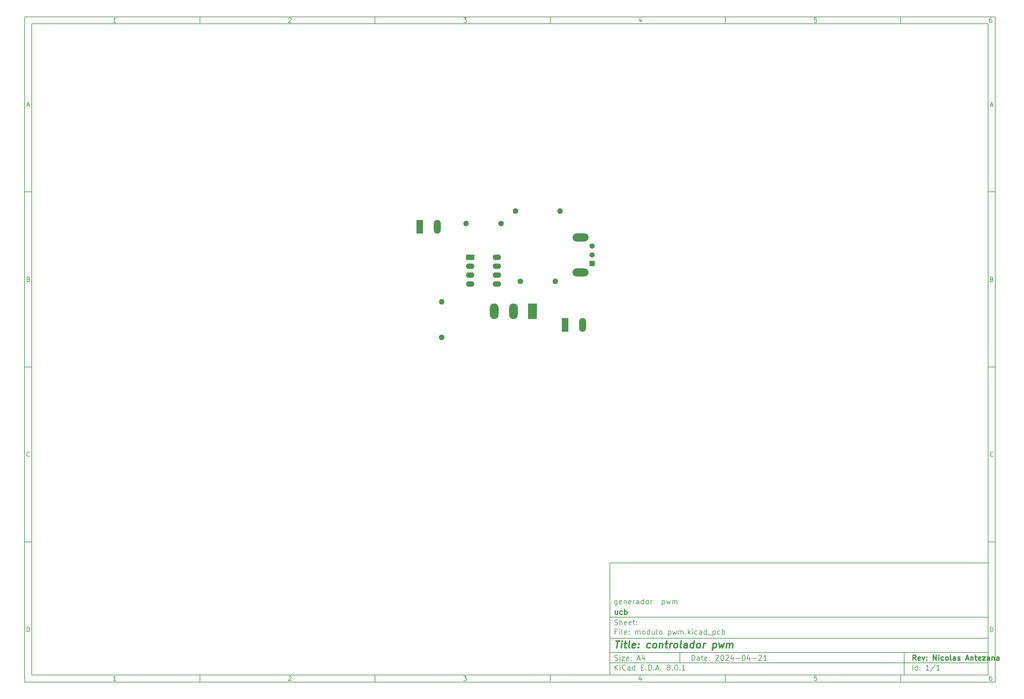
<source format=gbr>
%TF.GenerationSoftware,KiCad,Pcbnew,8.0.1*%
%TF.CreationDate,2024-04-21T23:09:34-04:00*%
%TF.ProjectId,modulo pwm,6d6f6475-6c6f-4207-9077-6d2e6b696361,Nicolas Antezana*%
%TF.SameCoordinates,Original*%
%TF.FileFunction,Copper,L2,Bot*%
%TF.FilePolarity,Positive*%
%FSLAX46Y46*%
G04 Gerber Fmt 4.6, Leading zero omitted, Abs format (unit mm)*
G04 Created by KiCad (PCBNEW 8.0.1) date 2024-04-21 23:09:34*
%MOMM*%
%LPD*%
G01*
G04 APERTURE LIST*
%ADD10C,0.100000*%
%ADD11C,0.150000*%
%ADD12C,0.300000*%
%ADD13C,0.400000*%
%TA.AperFunction,ComponentPad*%
%ADD14O,1.600000X1.600000*%
%TD*%
%TA.AperFunction,ComponentPad*%
%ADD15C,1.600000*%
%TD*%
%TA.AperFunction,ComponentPad*%
%ADD16R,2.500000X4.500000*%
%TD*%
%TA.AperFunction,ComponentPad*%
%ADD17O,2.500000X4.500000*%
%TD*%
%TA.AperFunction,ComponentPad*%
%ADD18O,1.980000X3.960000*%
%TD*%
%TA.AperFunction,ComponentPad*%
%ADD19R,1.980000X3.960000*%
%TD*%
%TA.AperFunction,ComponentPad*%
%ADD20R,2.400000X1.600000*%
%TD*%
%TA.AperFunction,ComponentPad*%
%ADD21O,2.400000X1.600000*%
%TD*%
%TA.AperFunction,ComponentPad*%
%ADD22R,1.508000X1.508000*%
%TD*%
%TA.AperFunction,ComponentPad*%
%ADD23C,1.508000*%
%TD*%
%TA.AperFunction,ComponentPad*%
%ADD24O,4.600000X2.300000*%
%TD*%
G04 APERTURE END LIST*
D10*
D11*
X177002200Y-166007200D02*
X285002200Y-166007200D01*
X285002200Y-198007200D01*
X177002200Y-198007200D01*
X177002200Y-166007200D01*
D10*
D11*
X10000000Y-10000000D02*
X287002200Y-10000000D01*
X287002200Y-200007200D01*
X10000000Y-200007200D01*
X10000000Y-10000000D01*
D10*
D11*
X12000000Y-12000000D02*
X285002200Y-12000000D01*
X285002200Y-198007200D01*
X12000000Y-198007200D01*
X12000000Y-12000000D01*
D10*
D11*
X60000000Y-12000000D02*
X60000000Y-10000000D01*
D10*
D11*
X110000000Y-12000000D02*
X110000000Y-10000000D01*
D10*
D11*
X160000000Y-12000000D02*
X160000000Y-10000000D01*
D10*
D11*
X210000000Y-12000000D02*
X210000000Y-10000000D01*
D10*
D11*
X260000000Y-12000000D02*
X260000000Y-10000000D01*
D10*
D11*
X36089160Y-11593604D02*
X35346303Y-11593604D01*
X35717731Y-11593604D02*
X35717731Y-10293604D01*
X35717731Y-10293604D02*
X35593922Y-10479319D01*
X35593922Y-10479319D02*
X35470112Y-10603128D01*
X35470112Y-10603128D02*
X35346303Y-10665033D01*
D10*
D11*
X85346303Y-10417414D02*
X85408207Y-10355509D01*
X85408207Y-10355509D02*
X85532017Y-10293604D01*
X85532017Y-10293604D02*
X85841541Y-10293604D01*
X85841541Y-10293604D02*
X85965350Y-10355509D01*
X85965350Y-10355509D02*
X86027255Y-10417414D01*
X86027255Y-10417414D02*
X86089160Y-10541223D01*
X86089160Y-10541223D02*
X86089160Y-10665033D01*
X86089160Y-10665033D02*
X86027255Y-10850747D01*
X86027255Y-10850747D02*
X85284398Y-11593604D01*
X85284398Y-11593604D02*
X86089160Y-11593604D01*
D10*
D11*
X135284398Y-10293604D02*
X136089160Y-10293604D01*
X136089160Y-10293604D02*
X135655826Y-10788842D01*
X135655826Y-10788842D02*
X135841541Y-10788842D01*
X135841541Y-10788842D02*
X135965350Y-10850747D01*
X135965350Y-10850747D02*
X136027255Y-10912652D01*
X136027255Y-10912652D02*
X136089160Y-11036461D01*
X136089160Y-11036461D02*
X136089160Y-11345985D01*
X136089160Y-11345985D02*
X136027255Y-11469795D01*
X136027255Y-11469795D02*
X135965350Y-11531700D01*
X135965350Y-11531700D02*
X135841541Y-11593604D01*
X135841541Y-11593604D02*
X135470112Y-11593604D01*
X135470112Y-11593604D02*
X135346303Y-11531700D01*
X135346303Y-11531700D02*
X135284398Y-11469795D01*
D10*
D11*
X185965350Y-10726938D02*
X185965350Y-11593604D01*
X185655826Y-10231700D02*
X185346303Y-11160271D01*
X185346303Y-11160271D02*
X186151064Y-11160271D01*
D10*
D11*
X236027255Y-10293604D02*
X235408207Y-10293604D01*
X235408207Y-10293604D02*
X235346303Y-10912652D01*
X235346303Y-10912652D02*
X235408207Y-10850747D01*
X235408207Y-10850747D02*
X235532017Y-10788842D01*
X235532017Y-10788842D02*
X235841541Y-10788842D01*
X235841541Y-10788842D02*
X235965350Y-10850747D01*
X235965350Y-10850747D02*
X236027255Y-10912652D01*
X236027255Y-10912652D02*
X236089160Y-11036461D01*
X236089160Y-11036461D02*
X236089160Y-11345985D01*
X236089160Y-11345985D02*
X236027255Y-11469795D01*
X236027255Y-11469795D02*
X235965350Y-11531700D01*
X235965350Y-11531700D02*
X235841541Y-11593604D01*
X235841541Y-11593604D02*
X235532017Y-11593604D01*
X235532017Y-11593604D02*
X235408207Y-11531700D01*
X235408207Y-11531700D02*
X235346303Y-11469795D01*
D10*
D11*
X285965350Y-10293604D02*
X285717731Y-10293604D01*
X285717731Y-10293604D02*
X285593922Y-10355509D01*
X285593922Y-10355509D02*
X285532017Y-10417414D01*
X285532017Y-10417414D02*
X285408207Y-10603128D01*
X285408207Y-10603128D02*
X285346303Y-10850747D01*
X285346303Y-10850747D02*
X285346303Y-11345985D01*
X285346303Y-11345985D02*
X285408207Y-11469795D01*
X285408207Y-11469795D02*
X285470112Y-11531700D01*
X285470112Y-11531700D02*
X285593922Y-11593604D01*
X285593922Y-11593604D02*
X285841541Y-11593604D01*
X285841541Y-11593604D02*
X285965350Y-11531700D01*
X285965350Y-11531700D02*
X286027255Y-11469795D01*
X286027255Y-11469795D02*
X286089160Y-11345985D01*
X286089160Y-11345985D02*
X286089160Y-11036461D01*
X286089160Y-11036461D02*
X286027255Y-10912652D01*
X286027255Y-10912652D02*
X285965350Y-10850747D01*
X285965350Y-10850747D02*
X285841541Y-10788842D01*
X285841541Y-10788842D02*
X285593922Y-10788842D01*
X285593922Y-10788842D02*
X285470112Y-10850747D01*
X285470112Y-10850747D02*
X285408207Y-10912652D01*
X285408207Y-10912652D02*
X285346303Y-11036461D01*
D10*
D11*
X60000000Y-198007200D02*
X60000000Y-200007200D01*
D10*
D11*
X110000000Y-198007200D02*
X110000000Y-200007200D01*
D10*
D11*
X160000000Y-198007200D02*
X160000000Y-200007200D01*
D10*
D11*
X210000000Y-198007200D02*
X210000000Y-200007200D01*
D10*
D11*
X260000000Y-198007200D02*
X260000000Y-200007200D01*
D10*
D11*
X36089160Y-199600804D02*
X35346303Y-199600804D01*
X35717731Y-199600804D02*
X35717731Y-198300804D01*
X35717731Y-198300804D02*
X35593922Y-198486519D01*
X35593922Y-198486519D02*
X35470112Y-198610328D01*
X35470112Y-198610328D02*
X35346303Y-198672233D01*
D10*
D11*
X85346303Y-198424614D02*
X85408207Y-198362709D01*
X85408207Y-198362709D02*
X85532017Y-198300804D01*
X85532017Y-198300804D02*
X85841541Y-198300804D01*
X85841541Y-198300804D02*
X85965350Y-198362709D01*
X85965350Y-198362709D02*
X86027255Y-198424614D01*
X86027255Y-198424614D02*
X86089160Y-198548423D01*
X86089160Y-198548423D02*
X86089160Y-198672233D01*
X86089160Y-198672233D02*
X86027255Y-198857947D01*
X86027255Y-198857947D02*
X85284398Y-199600804D01*
X85284398Y-199600804D02*
X86089160Y-199600804D01*
D10*
D11*
X135284398Y-198300804D02*
X136089160Y-198300804D01*
X136089160Y-198300804D02*
X135655826Y-198796042D01*
X135655826Y-198796042D02*
X135841541Y-198796042D01*
X135841541Y-198796042D02*
X135965350Y-198857947D01*
X135965350Y-198857947D02*
X136027255Y-198919852D01*
X136027255Y-198919852D02*
X136089160Y-199043661D01*
X136089160Y-199043661D02*
X136089160Y-199353185D01*
X136089160Y-199353185D02*
X136027255Y-199476995D01*
X136027255Y-199476995D02*
X135965350Y-199538900D01*
X135965350Y-199538900D02*
X135841541Y-199600804D01*
X135841541Y-199600804D02*
X135470112Y-199600804D01*
X135470112Y-199600804D02*
X135346303Y-199538900D01*
X135346303Y-199538900D02*
X135284398Y-199476995D01*
D10*
D11*
X185965350Y-198734138D02*
X185965350Y-199600804D01*
X185655826Y-198238900D02*
X185346303Y-199167471D01*
X185346303Y-199167471D02*
X186151064Y-199167471D01*
D10*
D11*
X236027255Y-198300804D02*
X235408207Y-198300804D01*
X235408207Y-198300804D02*
X235346303Y-198919852D01*
X235346303Y-198919852D02*
X235408207Y-198857947D01*
X235408207Y-198857947D02*
X235532017Y-198796042D01*
X235532017Y-198796042D02*
X235841541Y-198796042D01*
X235841541Y-198796042D02*
X235965350Y-198857947D01*
X235965350Y-198857947D02*
X236027255Y-198919852D01*
X236027255Y-198919852D02*
X236089160Y-199043661D01*
X236089160Y-199043661D02*
X236089160Y-199353185D01*
X236089160Y-199353185D02*
X236027255Y-199476995D01*
X236027255Y-199476995D02*
X235965350Y-199538900D01*
X235965350Y-199538900D02*
X235841541Y-199600804D01*
X235841541Y-199600804D02*
X235532017Y-199600804D01*
X235532017Y-199600804D02*
X235408207Y-199538900D01*
X235408207Y-199538900D02*
X235346303Y-199476995D01*
D10*
D11*
X285965350Y-198300804D02*
X285717731Y-198300804D01*
X285717731Y-198300804D02*
X285593922Y-198362709D01*
X285593922Y-198362709D02*
X285532017Y-198424614D01*
X285532017Y-198424614D02*
X285408207Y-198610328D01*
X285408207Y-198610328D02*
X285346303Y-198857947D01*
X285346303Y-198857947D02*
X285346303Y-199353185D01*
X285346303Y-199353185D02*
X285408207Y-199476995D01*
X285408207Y-199476995D02*
X285470112Y-199538900D01*
X285470112Y-199538900D02*
X285593922Y-199600804D01*
X285593922Y-199600804D02*
X285841541Y-199600804D01*
X285841541Y-199600804D02*
X285965350Y-199538900D01*
X285965350Y-199538900D02*
X286027255Y-199476995D01*
X286027255Y-199476995D02*
X286089160Y-199353185D01*
X286089160Y-199353185D02*
X286089160Y-199043661D01*
X286089160Y-199043661D02*
X286027255Y-198919852D01*
X286027255Y-198919852D02*
X285965350Y-198857947D01*
X285965350Y-198857947D02*
X285841541Y-198796042D01*
X285841541Y-198796042D02*
X285593922Y-198796042D01*
X285593922Y-198796042D02*
X285470112Y-198857947D01*
X285470112Y-198857947D02*
X285408207Y-198919852D01*
X285408207Y-198919852D02*
X285346303Y-199043661D01*
D10*
D11*
X10000000Y-60000000D02*
X12000000Y-60000000D01*
D10*
D11*
X10000000Y-110000000D02*
X12000000Y-110000000D01*
D10*
D11*
X10000000Y-160000000D02*
X12000000Y-160000000D01*
D10*
D11*
X10690476Y-35222176D02*
X11309523Y-35222176D01*
X10566666Y-35593604D02*
X10999999Y-34293604D01*
X10999999Y-34293604D02*
X11433333Y-35593604D01*
D10*
D11*
X11092857Y-84912652D02*
X11278571Y-84974557D01*
X11278571Y-84974557D02*
X11340476Y-85036461D01*
X11340476Y-85036461D02*
X11402380Y-85160271D01*
X11402380Y-85160271D02*
X11402380Y-85345985D01*
X11402380Y-85345985D02*
X11340476Y-85469795D01*
X11340476Y-85469795D02*
X11278571Y-85531700D01*
X11278571Y-85531700D02*
X11154761Y-85593604D01*
X11154761Y-85593604D02*
X10659523Y-85593604D01*
X10659523Y-85593604D02*
X10659523Y-84293604D01*
X10659523Y-84293604D02*
X11092857Y-84293604D01*
X11092857Y-84293604D02*
X11216666Y-84355509D01*
X11216666Y-84355509D02*
X11278571Y-84417414D01*
X11278571Y-84417414D02*
X11340476Y-84541223D01*
X11340476Y-84541223D02*
X11340476Y-84665033D01*
X11340476Y-84665033D02*
X11278571Y-84788842D01*
X11278571Y-84788842D02*
X11216666Y-84850747D01*
X11216666Y-84850747D02*
X11092857Y-84912652D01*
X11092857Y-84912652D02*
X10659523Y-84912652D01*
D10*
D11*
X11402380Y-135469795D02*
X11340476Y-135531700D01*
X11340476Y-135531700D02*
X11154761Y-135593604D01*
X11154761Y-135593604D02*
X11030952Y-135593604D01*
X11030952Y-135593604D02*
X10845238Y-135531700D01*
X10845238Y-135531700D02*
X10721428Y-135407890D01*
X10721428Y-135407890D02*
X10659523Y-135284080D01*
X10659523Y-135284080D02*
X10597619Y-135036461D01*
X10597619Y-135036461D02*
X10597619Y-134850747D01*
X10597619Y-134850747D02*
X10659523Y-134603128D01*
X10659523Y-134603128D02*
X10721428Y-134479319D01*
X10721428Y-134479319D02*
X10845238Y-134355509D01*
X10845238Y-134355509D02*
X11030952Y-134293604D01*
X11030952Y-134293604D02*
X11154761Y-134293604D01*
X11154761Y-134293604D02*
X11340476Y-134355509D01*
X11340476Y-134355509D02*
X11402380Y-134417414D01*
D10*
D11*
X10659523Y-185593604D02*
X10659523Y-184293604D01*
X10659523Y-184293604D02*
X10969047Y-184293604D01*
X10969047Y-184293604D02*
X11154761Y-184355509D01*
X11154761Y-184355509D02*
X11278571Y-184479319D01*
X11278571Y-184479319D02*
X11340476Y-184603128D01*
X11340476Y-184603128D02*
X11402380Y-184850747D01*
X11402380Y-184850747D02*
X11402380Y-185036461D01*
X11402380Y-185036461D02*
X11340476Y-185284080D01*
X11340476Y-185284080D02*
X11278571Y-185407890D01*
X11278571Y-185407890D02*
X11154761Y-185531700D01*
X11154761Y-185531700D02*
X10969047Y-185593604D01*
X10969047Y-185593604D02*
X10659523Y-185593604D01*
D10*
D11*
X287002200Y-60000000D02*
X285002200Y-60000000D01*
D10*
D11*
X287002200Y-110000000D02*
X285002200Y-110000000D01*
D10*
D11*
X287002200Y-160000000D02*
X285002200Y-160000000D01*
D10*
D11*
X285692676Y-35222176D02*
X286311723Y-35222176D01*
X285568866Y-35593604D02*
X286002199Y-34293604D01*
X286002199Y-34293604D02*
X286435533Y-35593604D01*
D10*
D11*
X286095057Y-84912652D02*
X286280771Y-84974557D01*
X286280771Y-84974557D02*
X286342676Y-85036461D01*
X286342676Y-85036461D02*
X286404580Y-85160271D01*
X286404580Y-85160271D02*
X286404580Y-85345985D01*
X286404580Y-85345985D02*
X286342676Y-85469795D01*
X286342676Y-85469795D02*
X286280771Y-85531700D01*
X286280771Y-85531700D02*
X286156961Y-85593604D01*
X286156961Y-85593604D02*
X285661723Y-85593604D01*
X285661723Y-85593604D02*
X285661723Y-84293604D01*
X285661723Y-84293604D02*
X286095057Y-84293604D01*
X286095057Y-84293604D02*
X286218866Y-84355509D01*
X286218866Y-84355509D02*
X286280771Y-84417414D01*
X286280771Y-84417414D02*
X286342676Y-84541223D01*
X286342676Y-84541223D02*
X286342676Y-84665033D01*
X286342676Y-84665033D02*
X286280771Y-84788842D01*
X286280771Y-84788842D02*
X286218866Y-84850747D01*
X286218866Y-84850747D02*
X286095057Y-84912652D01*
X286095057Y-84912652D02*
X285661723Y-84912652D01*
D10*
D11*
X286404580Y-135469795D02*
X286342676Y-135531700D01*
X286342676Y-135531700D02*
X286156961Y-135593604D01*
X286156961Y-135593604D02*
X286033152Y-135593604D01*
X286033152Y-135593604D02*
X285847438Y-135531700D01*
X285847438Y-135531700D02*
X285723628Y-135407890D01*
X285723628Y-135407890D02*
X285661723Y-135284080D01*
X285661723Y-135284080D02*
X285599819Y-135036461D01*
X285599819Y-135036461D02*
X285599819Y-134850747D01*
X285599819Y-134850747D02*
X285661723Y-134603128D01*
X285661723Y-134603128D02*
X285723628Y-134479319D01*
X285723628Y-134479319D02*
X285847438Y-134355509D01*
X285847438Y-134355509D02*
X286033152Y-134293604D01*
X286033152Y-134293604D02*
X286156961Y-134293604D01*
X286156961Y-134293604D02*
X286342676Y-134355509D01*
X286342676Y-134355509D02*
X286404580Y-134417414D01*
D10*
D11*
X285661723Y-185593604D02*
X285661723Y-184293604D01*
X285661723Y-184293604D02*
X285971247Y-184293604D01*
X285971247Y-184293604D02*
X286156961Y-184355509D01*
X286156961Y-184355509D02*
X286280771Y-184479319D01*
X286280771Y-184479319D02*
X286342676Y-184603128D01*
X286342676Y-184603128D02*
X286404580Y-184850747D01*
X286404580Y-184850747D02*
X286404580Y-185036461D01*
X286404580Y-185036461D02*
X286342676Y-185284080D01*
X286342676Y-185284080D02*
X286280771Y-185407890D01*
X286280771Y-185407890D02*
X286156961Y-185531700D01*
X286156961Y-185531700D02*
X285971247Y-185593604D01*
X285971247Y-185593604D02*
X285661723Y-185593604D01*
D10*
D11*
X200458026Y-193793328D02*
X200458026Y-192293328D01*
X200458026Y-192293328D02*
X200815169Y-192293328D01*
X200815169Y-192293328D02*
X201029455Y-192364757D01*
X201029455Y-192364757D02*
X201172312Y-192507614D01*
X201172312Y-192507614D02*
X201243741Y-192650471D01*
X201243741Y-192650471D02*
X201315169Y-192936185D01*
X201315169Y-192936185D02*
X201315169Y-193150471D01*
X201315169Y-193150471D02*
X201243741Y-193436185D01*
X201243741Y-193436185D02*
X201172312Y-193579042D01*
X201172312Y-193579042D02*
X201029455Y-193721900D01*
X201029455Y-193721900D02*
X200815169Y-193793328D01*
X200815169Y-193793328D02*
X200458026Y-193793328D01*
X202600884Y-193793328D02*
X202600884Y-193007614D01*
X202600884Y-193007614D02*
X202529455Y-192864757D01*
X202529455Y-192864757D02*
X202386598Y-192793328D01*
X202386598Y-192793328D02*
X202100884Y-192793328D01*
X202100884Y-192793328D02*
X201958026Y-192864757D01*
X202600884Y-193721900D02*
X202458026Y-193793328D01*
X202458026Y-193793328D02*
X202100884Y-193793328D01*
X202100884Y-193793328D02*
X201958026Y-193721900D01*
X201958026Y-193721900D02*
X201886598Y-193579042D01*
X201886598Y-193579042D02*
X201886598Y-193436185D01*
X201886598Y-193436185D02*
X201958026Y-193293328D01*
X201958026Y-193293328D02*
X202100884Y-193221900D01*
X202100884Y-193221900D02*
X202458026Y-193221900D01*
X202458026Y-193221900D02*
X202600884Y-193150471D01*
X203100884Y-192793328D02*
X203672312Y-192793328D01*
X203315169Y-192293328D02*
X203315169Y-193579042D01*
X203315169Y-193579042D02*
X203386598Y-193721900D01*
X203386598Y-193721900D02*
X203529455Y-193793328D01*
X203529455Y-193793328D02*
X203672312Y-193793328D01*
X204743741Y-193721900D02*
X204600884Y-193793328D01*
X204600884Y-193793328D02*
X204315170Y-193793328D01*
X204315170Y-193793328D02*
X204172312Y-193721900D01*
X204172312Y-193721900D02*
X204100884Y-193579042D01*
X204100884Y-193579042D02*
X204100884Y-193007614D01*
X204100884Y-193007614D02*
X204172312Y-192864757D01*
X204172312Y-192864757D02*
X204315170Y-192793328D01*
X204315170Y-192793328D02*
X204600884Y-192793328D01*
X204600884Y-192793328D02*
X204743741Y-192864757D01*
X204743741Y-192864757D02*
X204815170Y-193007614D01*
X204815170Y-193007614D02*
X204815170Y-193150471D01*
X204815170Y-193150471D02*
X204100884Y-193293328D01*
X205458026Y-193650471D02*
X205529455Y-193721900D01*
X205529455Y-193721900D02*
X205458026Y-193793328D01*
X205458026Y-193793328D02*
X205386598Y-193721900D01*
X205386598Y-193721900D02*
X205458026Y-193650471D01*
X205458026Y-193650471D02*
X205458026Y-193793328D01*
X205458026Y-192864757D02*
X205529455Y-192936185D01*
X205529455Y-192936185D02*
X205458026Y-193007614D01*
X205458026Y-193007614D02*
X205386598Y-192936185D01*
X205386598Y-192936185D02*
X205458026Y-192864757D01*
X205458026Y-192864757D02*
X205458026Y-193007614D01*
X207243741Y-192436185D02*
X207315169Y-192364757D01*
X207315169Y-192364757D02*
X207458027Y-192293328D01*
X207458027Y-192293328D02*
X207815169Y-192293328D01*
X207815169Y-192293328D02*
X207958027Y-192364757D01*
X207958027Y-192364757D02*
X208029455Y-192436185D01*
X208029455Y-192436185D02*
X208100884Y-192579042D01*
X208100884Y-192579042D02*
X208100884Y-192721900D01*
X208100884Y-192721900D02*
X208029455Y-192936185D01*
X208029455Y-192936185D02*
X207172312Y-193793328D01*
X207172312Y-193793328D02*
X208100884Y-193793328D01*
X209029455Y-192293328D02*
X209172312Y-192293328D01*
X209172312Y-192293328D02*
X209315169Y-192364757D01*
X209315169Y-192364757D02*
X209386598Y-192436185D01*
X209386598Y-192436185D02*
X209458026Y-192579042D01*
X209458026Y-192579042D02*
X209529455Y-192864757D01*
X209529455Y-192864757D02*
X209529455Y-193221900D01*
X209529455Y-193221900D02*
X209458026Y-193507614D01*
X209458026Y-193507614D02*
X209386598Y-193650471D01*
X209386598Y-193650471D02*
X209315169Y-193721900D01*
X209315169Y-193721900D02*
X209172312Y-193793328D01*
X209172312Y-193793328D02*
X209029455Y-193793328D01*
X209029455Y-193793328D02*
X208886598Y-193721900D01*
X208886598Y-193721900D02*
X208815169Y-193650471D01*
X208815169Y-193650471D02*
X208743740Y-193507614D01*
X208743740Y-193507614D02*
X208672312Y-193221900D01*
X208672312Y-193221900D02*
X208672312Y-192864757D01*
X208672312Y-192864757D02*
X208743740Y-192579042D01*
X208743740Y-192579042D02*
X208815169Y-192436185D01*
X208815169Y-192436185D02*
X208886598Y-192364757D01*
X208886598Y-192364757D02*
X209029455Y-192293328D01*
X210100883Y-192436185D02*
X210172311Y-192364757D01*
X210172311Y-192364757D02*
X210315169Y-192293328D01*
X210315169Y-192293328D02*
X210672311Y-192293328D01*
X210672311Y-192293328D02*
X210815169Y-192364757D01*
X210815169Y-192364757D02*
X210886597Y-192436185D01*
X210886597Y-192436185D02*
X210958026Y-192579042D01*
X210958026Y-192579042D02*
X210958026Y-192721900D01*
X210958026Y-192721900D02*
X210886597Y-192936185D01*
X210886597Y-192936185D02*
X210029454Y-193793328D01*
X210029454Y-193793328D02*
X210958026Y-193793328D01*
X212243740Y-192793328D02*
X212243740Y-193793328D01*
X211886597Y-192221900D02*
X211529454Y-193293328D01*
X211529454Y-193293328D02*
X212458025Y-193293328D01*
X213029453Y-193221900D02*
X214172311Y-193221900D01*
X215172311Y-192293328D02*
X215315168Y-192293328D01*
X215315168Y-192293328D02*
X215458025Y-192364757D01*
X215458025Y-192364757D02*
X215529454Y-192436185D01*
X215529454Y-192436185D02*
X215600882Y-192579042D01*
X215600882Y-192579042D02*
X215672311Y-192864757D01*
X215672311Y-192864757D02*
X215672311Y-193221900D01*
X215672311Y-193221900D02*
X215600882Y-193507614D01*
X215600882Y-193507614D02*
X215529454Y-193650471D01*
X215529454Y-193650471D02*
X215458025Y-193721900D01*
X215458025Y-193721900D02*
X215315168Y-193793328D01*
X215315168Y-193793328D02*
X215172311Y-193793328D01*
X215172311Y-193793328D02*
X215029454Y-193721900D01*
X215029454Y-193721900D02*
X214958025Y-193650471D01*
X214958025Y-193650471D02*
X214886596Y-193507614D01*
X214886596Y-193507614D02*
X214815168Y-193221900D01*
X214815168Y-193221900D02*
X214815168Y-192864757D01*
X214815168Y-192864757D02*
X214886596Y-192579042D01*
X214886596Y-192579042D02*
X214958025Y-192436185D01*
X214958025Y-192436185D02*
X215029454Y-192364757D01*
X215029454Y-192364757D02*
X215172311Y-192293328D01*
X216958025Y-192793328D02*
X216958025Y-193793328D01*
X216600882Y-192221900D02*
X216243739Y-193293328D01*
X216243739Y-193293328D02*
X217172310Y-193293328D01*
X217743738Y-193221900D02*
X218886596Y-193221900D01*
X219529453Y-192436185D02*
X219600881Y-192364757D01*
X219600881Y-192364757D02*
X219743739Y-192293328D01*
X219743739Y-192293328D02*
X220100881Y-192293328D01*
X220100881Y-192293328D02*
X220243739Y-192364757D01*
X220243739Y-192364757D02*
X220315167Y-192436185D01*
X220315167Y-192436185D02*
X220386596Y-192579042D01*
X220386596Y-192579042D02*
X220386596Y-192721900D01*
X220386596Y-192721900D02*
X220315167Y-192936185D01*
X220315167Y-192936185D02*
X219458024Y-193793328D01*
X219458024Y-193793328D02*
X220386596Y-193793328D01*
X221815167Y-193793328D02*
X220958024Y-193793328D01*
X221386595Y-193793328D02*
X221386595Y-192293328D01*
X221386595Y-192293328D02*
X221243738Y-192507614D01*
X221243738Y-192507614D02*
X221100881Y-192650471D01*
X221100881Y-192650471D02*
X220958024Y-192721900D01*
D10*
D11*
X177002200Y-194507200D02*
X285002200Y-194507200D01*
D10*
D11*
X178458026Y-196593328D02*
X178458026Y-195093328D01*
X179315169Y-196593328D02*
X178672312Y-195736185D01*
X179315169Y-195093328D02*
X178458026Y-195950471D01*
X179958026Y-196593328D02*
X179958026Y-195593328D01*
X179958026Y-195093328D02*
X179886598Y-195164757D01*
X179886598Y-195164757D02*
X179958026Y-195236185D01*
X179958026Y-195236185D02*
X180029455Y-195164757D01*
X180029455Y-195164757D02*
X179958026Y-195093328D01*
X179958026Y-195093328D02*
X179958026Y-195236185D01*
X181529455Y-196450471D02*
X181458027Y-196521900D01*
X181458027Y-196521900D02*
X181243741Y-196593328D01*
X181243741Y-196593328D02*
X181100884Y-196593328D01*
X181100884Y-196593328D02*
X180886598Y-196521900D01*
X180886598Y-196521900D02*
X180743741Y-196379042D01*
X180743741Y-196379042D02*
X180672312Y-196236185D01*
X180672312Y-196236185D02*
X180600884Y-195950471D01*
X180600884Y-195950471D02*
X180600884Y-195736185D01*
X180600884Y-195736185D02*
X180672312Y-195450471D01*
X180672312Y-195450471D02*
X180743741Y-195307614D01*
X180743741Y-195307614D02*
X180886598Y-195164757D01*
X180886598Y-195164757D02*
X181100884Y-195093328D01*
X181100884Y-195093328D02*
X181243741Y-195093328D01*
X181243741Y-195093328D02*
X181458027Y-195164757D01*
X181458027Y-195164757D02*
X181529455Y-195236185D01*
X182815170Y-196593328D02*
X182815170Y-195807614D01*
X182815170Y-195807614D02*
X182743741Y-195664757D01*
X182743741Y-195664757D02*
X182600884Y-195593328D01*
X182600884Y-195593328D02*
X182315170Y-195593328D01*
X182315170Y-195593328D02*
X182172312Y-195664757D01*
X182815170Y-196521900D02*
X182672312Y-196593328D01*
X182672312Y-196593328D02*
X182315170Y-196593328D01*
X182315170Y-196593328D02*
X182172312Y-196521900D01*
X182172312Y-196521900D02*
X182100884Y-196379042D01*
X182100884Y-196379042D02*
X182100884Y-196236185D01*
X182100884Y-196236185D02*
X182172312Y-196093328D01*
X182172312Y-196093328D02*
X182315170Y-196021900D01*
X182315170Y-196021900D02*
X182672312Y-196021900D01*
X182672312Y-196021900D02*
X182815170Y-195950471D01*
X184172313Y-196593328D02*
X184172313Y-195093328D01*
X184172313Y-196521900D02*
X184029455Y-196593328D01*
X184029455Y-196593328D02*
X183743741Y-196593328D01*
X183743741Y-196593328D02*
X183600884Y-196521900D01*
X183600884Y-196521900D02*
X183529455Y-196450471D01*
X183529455Y-196450471D02*
X183458027Y-196307614D01*
X183458027Y-196307614D02*
X183458027Y-195879042D01*
X183458027Y-195879042D02*
X183529455Y-195736185D01*
X183529455Y-195736185D02*
X183600884Y-195664757D01*
X183600884Y-195664757D02*
X183743741Y-195593328D01*
X183743741Y-195593328D02*
X184029455Y-195593328D01*
X184029455Y-195593328D02*
X184172313Y-195664757D01*
X186029455Y-195807614D02*
X186529455Y-195807614D01*
X186743741Y-196593328D02*
X186029455Y-196593328D01*
X186029455Y-196593328D02*
X186029455Y-195093328D01*
X186029455Y-195093328D02*
X186743741Y-195093328D01*
X187386598Y-196450471D02*
X187458027Y-196521900D01*
X187458027Y-196521900D02*
X187386598Y-196593328D01*
X187386598Y-196593328D02*
X187315170Y-196521900D01*
X187315170Y-196521900D02*
X187386598Y-196450471D01*
X187386598Y-196450471D02*
X187386598Y-196593328D01*
X188100884Y-196593328D02*
X188100884Y-195093328D01*
X188100884Y-195093328D02*
X188458027Y-195093328D01*
X188458027Y-195093328D02*
X188672313Y-195164757D01*
X188672313Y-195164757D02*
X188815170Y-195307614D01*
X188815170Y-195307614D02*
X188886599Y-195450471D01*
X188886599Y-195450471D02*
X188958027Y-195736185D01*
X188958027Y-195736185D02*
X188958027Y-195950471D01*
X188958027Y-195950471D02*
X188886599Y-196236185D01*
X188886599Y-196236185D02*
X188815170Y-196379042D01*
X188815170Y-196379042D02*
X188672313Y-196521900D01*
X188672313Y-196521900D02*
X188458027Y-196593328D01*
X188458027Y-196593328D02*
X188100884Y-196593328D01*
X189600884Y-196450471D02*
X189672313Y-196521900D01*
X189672313Y-196521900D02*
X189600884Y-196593328D01*
X189600884Y-196593328D02*
X189529456Y-196521900D01*
X189529456Y-196521900D02*
X189600884Y-196450471D01*
X189600884Y-196450471D02*
X189600884Y-196593328D01*
X190243742Y-196164757D02*
X190958028Y-196164757D01*
X190100885Y-196593328D02*
X190600885Y-195093328D01*
X190600885Y-195093328D02*
X191100885Y-196593328D01*
X191600884Y-196450471D02*
X191672313Y-196521900D01*
X191672313Y-196521900D02*
X191600884Y-196593328D01*
X191600884Y-196593328D02*
X191529456Y-196521900D01*
X191529456Y-196521900D02*
X191600884Y-196450471D01*
X191600884Y-196450471D02*
X191600884Y-196593328D01*
X193672313Y-195736185D02*
X193529456Y-195664757D01*
X193529456Y-195664757D02*
X193458027Y-195593328D01*
X193458027Y-195593328D02*
X193386599Y-195450471D01*
X193386599Y-195450471D02*
X193386599Y-195379042D01*
X193386599Y-195379042D02*
X193458027Y-195236185D01*
X193458027Y-195236185D02*
X193529456Y-195164757D01*
X193529456Y-195164757D02*
X193672313Y-195093328D01*
X193672313Y-195093328D02*
X193958027Y-195093328D01*
X193958027Y-195093328D02*
X194100885Y-195164757D01*
X194100885Y-195164757D02*
X194172313Y-195236185D01*
X194172313Y-195236185D02*
X194243742Y-195379042D01*
X194243742Y-195379042D02*
X194243742Y-195450471D01*
X194243742Y-195450471D02*
X194172313Y-195593328D01*
X194172313Y-195593328D02*
X194100885Y-195664757D01*
X194100885Y-195664757D02*
X193958027Y-195736185D01*
X193958027Y-195736185D02*
X193672313Y-195736185D01*
X193672313Y-195736185D02*
X193529456Y-195807614D01*
X193529456Y-195807614D02*
X193458027Y-195879042D01*
X193458027Y-195879042D02*
X193386599Y-196021900D01*
X193386599Y-196021900D02*
X193386599Y-196307614D01*
X193386599Y-196307614D02*
X193458027Y-196450471D01*
X193458027Y-196450471D02*
X193529456Y-196521900D01*
X193529456Y-196521900D02*
X193672313Y-196593328D01*
X193672313Y-196593328D02*
X193958027Y-196593328D01*
X193958027Y-196593328D02*
X194100885Y-196521900D01*
X194100885Y-196521900D02*
X194172313Y-196450471D01*
X194172313Y-196450471D02*
X194243742Y-196307614D01*
X194243742Y-196307614D02*
X194243742Y-196021900D01*
X194243742Y-196021900D02*
X194172313Y-195879042D01*
X194172313Y-195879042D02*
X194100885Y-195807614D01*
X194100885Y-195807614D02*
X193958027Y-195736185D01*
X194886598Y-196450471D02*
X194958027Y-196521900D01*
X194958027Y-196521900D02*
X194886598Y-196593328D01*
X194886598Y-196593328D02*
X194815170Y-196521900D01*
X194815170Y-196521900D02*
X194886598Y-196450471D01*
X194886598Y-196450471D02*
X194886598Y-196593328D01*
X195886599Y-195093328D02*
X196029456Y-195093328D01*
X196029456Y-195093328D02*
X196172313Y-195164757D01*
X196172313Y-195164757D02*
X196243742Y-195236185D01*
X196243742Y-195236185D02*
X196315170Y-195379042D01*
X196315170Y-195379042D02*
X196386599Y-195664757D01*
X196386599Y-195664757D02*
X196386599Y-196021900D01*
X196386599Y-196021900D02*
X196315170Y-196307614D01*
X196315170Y-196307614D02*
X196243742Y-196450471D01*
X196243742Y-196450471D02*
X196172313Y-196521900D01*
X196172313Y-196521900D02*
X196029456Y-196593328D01*
X196029456Y-196593328D02*
X195886599Y-196593328D01*
X195886599Y-196593328D02*
X195743742Y-196521900D01*
X195743742Y-196521900D02*
X195672313Y-196450471D01*
X195672313Y-196450471D02*
X195600884Y-196307614D01*
X195600884Y-196307614D02*
X195529456Y-196021900D01*
X195529456Y-196021900D02*
X195529456Y-195664757D01*
X195529456Y-195664757D02*
X195600884Y-195379042D01*
X195600884Y-195379042D02*
X195672313Y-195236185D01*
X195672313Y-195236185D02*
X195743742Y-195164757D01*
X195743742Y-195164757D02*
X195886599Y-195093328D01*
X197029455Y-196450471D02*
X197100884Y-196521900D01*
X197100884Y-196521900D02*
X197029455Y-196593328D01*
X197029455Y-196593328D02*
X196958027Y-196521900D01*
X196958027Y-196521900D02*
X197029455Y-196450471D01*
X197029455Y-196450471D02*
X197029455Y-196593328D01*
X198529456Y-196593328D02*
X197672313Y-196593328D01*
X198100884Y-196593328D02*
X198100884Y-195093328D01*
X198100884Y-195093328D02*
X197958027Y-195307614D01*
X197958027Y-195307614D02*
X197815170Y-195450471D01*
X197815170Y-195450471D02*
X197672313Y-195521900D01*
D10*
D11*
X177002200Y-191507200D02*
X285002200Y-191507200D01*
D10*
D12*
X264413853Y-193785528D02*
X263913853Y-193071242D01*
X263556710Y-193785528D02*
X263556710Y-192285528D01*
X263556710Y-192285528D02*
X264128139Y-192285528D01*
X264128139Y-192285528D02*
X264270996Y-192356957D01*
X264270996Y-192356957D02*
X264342425Y-192428385D01*
X264342425Y-192428385D02*
X264413853Y-192571242D01*
X264413853Y-192571242D02*
X264413853Y-192785528D01*
X264413853Y-192785528D02*
X264342425Y-192928385D01*
X264342425Y-192928385D02*
X264270996Y-192999814D01*
X264270996Y-192999814D02*
X264128139Y-193071242D01*
X264128139Y-193071242D02*
X263556710Y-193071242D01*
X265628139Y-193714100D02*
X265485282Y-193785528D01*
X265485282Y-193785528D02*
X265199568Y-193785528D01*
X265199568Y-193785528D02*
X265056710Y-193714100D01*
X265056710Y-193714100D02*
X264985282Y-193571242D01*
X264985282Y-193571242D02*
X264985282Y-192999814D01*
X264985282Y-192999814D02*
X265056710Y-192856957D01*
X265056710Y-192856957D02*
X265199568Y-192785528D01*
X265199568Y-192785528D02*
X265485282Y-192785528D01*
X265485282Y-192785528D02*
X265628139Y-192856957D01*
X265628139Y-192856957D02*
X265699568Y-192999814D01*
X265699568Y-192999814D02*
X265699568Y-193142671D01*
X265699568Y-193142671D02*
X264985282Y-193285528D01*
X266199567Y-192785528D02*
X266556710Y-193785528D01*
X266556710Y-193785528D02*
X266913853Y-192785528D01*
X267485281Y-193642671D02*
X267556710Y-193714100D01*
X267556710Y-193714100D02*
X267485281Y-193785528D01*
X267485281Y-193785528D02*
X267413853Y-193714100D01*
X267413853Y-193714100D02*
X267485281Y-193642671D01*
X267485281Y-193642671D02*
X267485281Y-193785528D01*
X267485281Y-192856957D02*
X267556710Y-192928385D01*
X267556710Y-192928385D02*
X267485281Y-192999814D01*
X267485281Y-192999814D02*
X267413853Y-192928385D01*
X267413853Y-192928385D02*
X267485281Y-192856957D01*
X267485281Y-192856957D02*
X267485281Y-192999814D01*
X269342424Y-193785528D02*
X269342424Y-192285528D01*
X269342424Y-192285528D02*
X270199567Y-193785528D01*
X270199567Y-193785528D02*
X270199567Y-192285528D01*
X270913853Y-193785528D02*
X270913853Y-192785528D01*
X270913853Y-192285528D02*
X270842425Y-192356957D01*
X270842425Y-192356957D02*
X270913853Y-192428385D01*
X270913853Y-192428385D02*
X270985282Y-192356957D01*
X270985282Y-192356957D02*
X270913853Y-192285528D01*
X270913853Y-192285528D02*
X270913853Y-192428385D01*
X272270997Y-193714100D02*
X272128139Y-193785528D01*
X272128139Y-193785528D02*
X271842425Y-193785528D01*
X271842425Y-193785528D02*
X271699568Y-193714100D01*
X271699568Y-193714100D02*
X271628139Y-193642671D01*
X271628139Y-193642671D02*
X271556711Y-193499814D01*
X271556711Y-193499814D02*
X271556711Y-193071242D01*
X271556711Y-193071242D02*
X271628139Y-192928385D01*
X271628139Y-192928385D02*
X271699568Y-192856957D01*
X271699568Y-192856957D02*
X271842425Y-192785528D01*
X271842425Y-192785528D02*
X272128139Y-192785528D01*
X272128139Y-192785528D02*
X272270997Y-192856957D01*
X273128139Y-193785528D02*
X272985282Y-193714100D01*
X272985282Y-193714100D02*
X272913853Y-193642671D01*
X272913853Y-193642671D02*
X272842425Y-193499814D01*
X272842425Y-193499814D02*
X272842425Y-193071242D01*
X272842425Y-193071242D02*
X272913853Y-192928385D01*
X272913853Y-192928385D02*
X272985282Y-192856957D01*
X272985282Y-192856957D02*
X273128139Y-192785528D01*
X273128139Y-192785528D02*
X273342425Y-192785528D01*
X273342425Y-192785528D02*
X273485282Y-192856957D01*
X273485282Y-192856957D02*
X273556711Y-192928385D01*
X273556711Y-192928385D02*
X273628139Y-193071242D01*
X273628139Y-193071242D02*
X273628139Y-193499814D01*
X273628139Y-193499814D02*
X273556711Y-193642671D01*
X273556711Y-193642671D02*
X273485282Y-193714100D01*
X273485282Y-193714100D02*
X273342425Y-193785528D01*
X273342425Y-193785528D02*
X273128139Y-193785528D01*
X274485282Y-193785528D02*
X274342425Y-193714100D01*
X274342425Y-193714100D02*
X274270996Y-193571242D01*
X274270996Y-193571242D02*
X274270996Y-192285528D01*
X275699568Y-193785528D02*
X275699568Y-192999814D01*
X275699568Y-192999814D02*
X275628139Y-192856957D01*
X275628139Y-192856957D02*
X275485282Y-192785528D01*
X275485282Y-192785528D02*
X275199568Y-192785528D01*
X275199568Y-192785528D02*
X275056710Y-192856957D01*
X275699568Y-193714100D02*
X275556710Y-193785528D01*
X275556710Y-193785528D02*
X275199568Y-193785528D01*
X275199568Y-193785528D02*
X275056710Y-193714100D01*
X275056710Y-193714100D02*
X274985282Y-193571242D01*
X274985282Y-193571242D02*
X274985282Y-193428385D01*
X274985282Y-193428385D02*
X275056710Y-193285528D01*
X275056710Y-193285528D02*
X275199568Y-193214100D01*
X275199568Y-193214100D02*
X275556710Y-193214100D01*
X275556710Y-193214100D02*
X275699568Y-193142671D01*
X276342425Y-193714100D02*
X276485282Y-193785528D01*
X276485282Y-193785528D02*
X276770996Y-193785528D01*
X276770996Y-193785528D02*
X276913853Y-193714100D01*
X276913853Y-193714100D02*
X276985282Y-193571242D01*
X276985282Y-193571242D02*
X276985282Y-193499814D01*
X276985282Y-193499814D02*
X276913853Y-193356957D01*
X276913853Y-193356957D02*
X276770996Y-193285528D01*
X276770996Y-193285528D02*
X276556711Y-193285528D01*
X276556711Y-193285528D02*
X276413853Y-193214100D01*
X276413853Y-193214100D02*
X276342425Y-193071242D01*
X276342425Y-193071242D02*
X276342425Y-192999814D01*
X276342425Y-192999814D02*
X276413853Y-192856957D01*
X276413853Y-192856957D02*
X276556711Y-192785528D01*
X276556711Y-192785528D02*
X276770996Y-192785528D01*
X276770996Y-192785528D02*
X276913853Y-192856957D01*
X278699568Y-193356957D02*
X279413854Y-193356957D01*
X278556711Y-193785528D02*
X279056711Y-192285528D01*
X279056711Y-192285528D02*
X279556711Y-193785528D01*
X280056710Y-192785528D02*
X280056710Y-193785528D01*
X280056710Y-192928385D02*
X280128139Y-192856957D01*
X280128139Y-192856957D02*
X280270996Y-192785528D01*
X280270996Y-192785528D02*
X280485282Y-192785528D01*
X280485282Y-192785528D02*
X280628139Y-192856957D01*
X280628139Y-192856957D02*
X280699568Y-192999814D01*
X280699568Y-192999814D02*
X280699568Y-193785528D01*
X281199568Y-192785528D02*
X281770996Y-192785528D01*
X281413853Y-192285528D02*
X281413853Y-193571242D01*
X281413853Y-193571242D02*
X281485282Y-193714100D01*
X281485282Y-193714100D02*
X281628139Y-193785528D01*
X281628139Y-193785528D02*
X281770996Y-193785528D01*
X282842425Y-193714100D02*
X282699568Y-193785528D01*
X282699568Y-193785528D02*
X282413854Y-193785528D01*
X282413854Y-193785528D02*
X282270996Y-193714100D01*
X282270996Y-193714100D02*
X282199568Y-193571242D01*
X282199568Y-193571242D02*
X282199568Y-192999814D01*
X282199568Y-192999814D02*
X282270996Y-192856957D01*
X282270996Y-192856957D02*
X282413854Y-192785528D01*
X282413854Y-192785528D02*
X282699568Y-192785528D01*
X282699568Y-192785528D02*
X282842425Y-192856957D01*
X282842425Y-192856957D02*
X282913854Y-192999814D01*
X282913854Y-192999814D02*
X282913854Y-193142671D01*
X282913854Y-193142671D02*
X282199568Y-193285528D01*
X283413853Y-192785528D02*
X284199568Y-192785528D01*
X284199568Y-192785528D02*
X283413853Y-193785528D01*
X283413853Y-193785528D02*
X284199568Y-193785528D01*
X285413854Y-193785528D02*
X285413854Y-192999814D01*
X285413854Y-192999814D02*
X285342425Y-192856957D01*
X285342425Y-192856957D02*
X285199568Y-192785528D01*
X285199568Y-192785528D02*
X284913854Y-192785528D01*
X284913854Y-192785528D02*
X284770996Y-192856957D01*
X285413854Y-193714100D02*
X285270996Y-193785528D01*
X285270996Y-193785528D02*
X284913854Y-193785528D01*
X284913854Y-193785528D02*
X284770996Y-193714100D01*
X284770996Y-193714100D02*
X284699568Y-193571242D01*
X284699568Y-193571242D02*
X284699568Y-193428385D01*
X284699568Y-193428385D02*
X284770996Y-193285528D01*
X284770996Y-193285528D02*
X284913854Y-193214100D01*
X284913854Y-193214100D02*
X285270996Y-193214100D01*
X285270996Y-193214100D02*
X285413854Y-193142671D01*
X286128139Y-192785528D02*
X286128139Y-193785528D01*
X286128139Y-192928385D02*
X286199568Y-192856957D01*
X286199568Y-192856957D02*
X286342425Y-192785528D01*
X286342425Y-192785528D02*
X286556711Y-192785528D01*
X286556711Y-192785528D02*
X286699568Y-192856957D01*
X286699568Y-192856957D02*
X286770997Y-192999814D01*
X286770997Y-192999814D02*
X286770997Y-193785528D01*
X288128140Y-193785528D02*
X288128140Y-192999814D01*
X288128140Y-192999814D02*
X288056711Y-192856957D01*
X288056711Y-192856957D02*
X287913854Y-192785528D01*
X287913854Y-192785528D02*
X287628140Y-192785528D01*
X287628140Y-192785528D02*
X287485282Y-192856957D01*
X288128140Y-193714100D02*
X287985282Y-193785528D01*
X287985282Y-193785528D02*
X287628140Y-193785528D01*
X287628140Y-193785528D02*
X287485282Y-193714100D01*
X287485282Y-193714100D02*
X287413854Y-193571242D01*
X287413854Y-193571242D02*
X287413854Y-193428385D01*
X287413854Y-193428385D02*
X287485282Y-193285528D01*
X287485282Y-193285528D02*
X287628140Y-193214100D01*
X287628140Y-193214100D02*
X287985282Y-193214100D01*
X287985282Y-193214100D02*
X288128140Y-193142671D01*
D10*
D11*
X178386598Y-193721900D02*
X178600884Y-193793328D01*
X178600884Y-193793328D02*
X178958026Y-193793328D01*
X178958026Y-193793328D02*
X179100884Y-193721900D01*
X179100884Y-193721900D02*
X179172312Y-193650471D01*
X179172312Y-193650471D02*
X179243741Y-193507614D01*
X179243741Y-193507614D02*
X179243741Y-193364757D01*
X179243741Y-193364757D02*
X179172312Y-193221900D01*
X179172312Y-193221900D02*
X179100884Y-193150471D01*
X179100884Y-193150471D02*
X178958026Y-193079042D01*
X178958026Y-193079042D02*
X178672312Y-193007614D01*
X178672312Y-193007614D02*
X178529455Y-192936185D01*
X178529455Y-192936185D02*
X178458026Y-192864757D01*
X178458026Y-192864757D02*
X178386598Y-192721900D01*
X178386598Y-192721900D02*
X178386598Y-192579042D01*
X178386598Y-192579042D02*
X178458026Y-192436185D01*
X178458026Y-192436185D02*
X178529455Y-192364757D01*
X178529455Y-192364757D02*
X178672312Y-192293328D01*
X178672312Y-192293328D02*
X179029455Y-192293328D01*
X179029455Y-192293328D02*
X179243741Y-192364757D01*
X179886597Y-193793328D02*
X179886597Y-192793328D01*
X179886597Y-192293328D02*
X179815169Y-192364757D01*
X179815169Y-192364757D02*
X179886597Y-192436185D01*
X179886597Y-192436185D02*
X179958026Y-192364757D01*
X179958026Y-192364757D02*
X179886597Y-192293328D01*
X179886597Y-192293328D02*
X179886597Y-192436185D01*
X180458026Y-192793328D02*
X181243741Y-192793328D01*
X181243741Y-192793328D02*
X180458026Y-193793328D01*
X180458026Y-193793328D02*
X181243741Y-193793328D01*
X182386598Y-193721900D02*
X182243741Y-193793328D01*
X182243741Y-193793328D02*
X181958027Y-193793328D01*
X181958027Y-193793328D02*
X181815169Y-193721900D01*
X181815169Y-193721900D02*
X181743741Y-193579042D01*
X181743741Y-193579042D02*
X181743741Y-193007614D01*
X181743741Y-193007614D02*
X181815169Y-192864757D01*
X181815169Y-192864757D02*
X181958027Y-192793328D01*
X181958027Y-192793328D02*
X182243741Y-192793328D01*
X182243741Y-192793328D02*
X182386598Y-192864757D01*
X182386598Y-192864757D02*
X182458027Y-193007614D01*
X182458027Y-193007614D02*
X182458027Y-193150471D01*
X182458027Y-193150471D02*
X181743741Y-193293328D01*
X183100883Y-193650471D02*
X183172312Y-193721900D01*
X183172312Y-193721900D02*
X183100883Y-193793328D01*
X183100883Y-193793328D02*
X183029455Y-193721900D01*
X183029455Y-193721900D02*
X183100883Y-193650471D01*
X183100883Y-193650471D02*
X183100883Y-193793328D01*
X183100883Y-192864757D02*
X183172312Y-192936185D01*
X183172312Y-192936185D02*
X183100883Y-193007614D01*
X183100883Y-193007614D02*
X183029455Y-192936185D01*
X183029455Y-192936185D02*
X183100883Y-192864757D01*
X183100883Y-192864757D02*
X183100883Y-193007614D01*
X184886598Y-193364757D02*
X185600884Y-193364757D01*
X184743741Y-193793328D02*
X185243741Y-192293328D01*
X185243741Y-192293328D02*
X185743741Y-193793328D01*
X186886598Y-192793328D02*
X186886598Y-193793328D01*
X186529455Y-192221900D02*
X186172312Y-193293328D01*
X186172312Y-193293328D02*
X187100883Y-193293328D01*
D10*
D11*
X263458026Y-196593328D02*
X263458026Y-195093328D01*
X264815170Y-196593328D02*
X264815170Y-195093328D01*
X264815170Y-196521900D02*
X264672312Y-196593328D01*
X264672312Y-196593328D02*
X264386598Y-196593328D01*
X264386598Y-196593328D02*
X264243741Y-196521900D01*
X264243741Y-196521900D02*
X264172312Y-196450471D01*
X264172312Y-196450471D02*
X264100884Y-196307614D01*
X264100884Y-196307614D02*
X264100884Y-195879042D01*
X264100884Y-195879042D02*
X264172312Y-195736185D01*
X264172312Y-195736185D02*
X264243741Y-195664757D01*
X264243741Y-195664757D02*
X264386598Y-195593328D01*
X264386598Y-195593328D02*
X264672312Y-195593328D01*
X264672312Y-195593328D02*
X264815170Y-195664757D01*
X265529455Y-196450471D02*
X265600884Y-196521900D01*
X265600884Y-196521900D02*
X265529455Y-196593328D01*
X265529455Y-196593328D02*
X265458027Y-196521900D01*
X265458027Y-196521900D02*
X265529455Y-196450471D01*
X265529455Y-196450471D02*
X265529455Y-196593328D01*
X265529455Y-195664757D02*
X265600884Y-195736185D01*
X265600884Y-195736185D02*
X265529455Y-195807614D01*
X265529455Y-195807614D02*
X265458027Y-195736185D01*
X265458027Y-195736185D02*
X265529455Y-195664757D01*
X265529455Y-195664757D02*
X265529455Y-195807614D01*
X268172313Y-196593328D02*
X267315170Y-196593328D01*
X267743741Y-196593328D02*
X267743741Y-195093328D01*
X267743741Y-195093328D02*
X267600884Y-195307614D01*
X267600884Y-195307614D02*
X267458027Y-195450471D01*
X267458027Y-195450471D02*
X267315170Y-195521900D01*
X269886598Y-195021900D02*
X268600884Y-196950471D01*
X271172313Y-196593328D02*
X270315170Y-196593328D01*
X270743741Y-196593328D02*
X270743741Y-195093328D01*
X270743741Y-195093328D02*
X270600884Y-195307614D01*
X270600884Y-195307614D02*
X270458027Y-195450471D01*
X270458027Y-195450471D02*
X270315170Y-195521900D01*
D10*
D11*
X177002200Y-187507200D02*
X285002200Y-187507200D01*
D10*
D13*
X178693928Y-188211638D02*
X179836785Y-188211638D01*
X179015357Y-190211638D02*
X179265357Y-188211638D01*
X180253452Y-190211638D02*
X180420119Y-188878304D01*
X180503452Y-188211638D02*
X180396309Y-188306876D01*
X180396309Y-188306876D02*
X180479643Y-188402114D01*
X180479643Y-188402114D02*
X180586786Y-188306876D01*
X180586786Y-188306876D02*
X180503452Y-188211638D01*
X180503452Y-188211638D02*
X180479643Y-188402114D01*
X181086786Y-188878304D02*
X181848690Y-188878304D01*
X181455833Y-188211638D02*
X181241548Y-189925923D01*
X181241548Y-189925923D02*
X181312976Y-190116400D01*
X181312976Y-190116400D02*
X181491548Y-190211638D01*
X181491548Y-190211638D02*
X181682024Y-190211638D01*
X182634405Y-190211638D02*
X182455833Y-190116400D01*
X182455833Y-190116400D02*
X182384405Y-189925923D01*
X182384405Y-189925923D02*
X182598690Y-188211638D01*
X184170119Y-190116400D02*
X183967738Y-190211638D01*
X183967738Y-190211638D02*
X183586785Y-190211638D01*
X183586785Y-190211638D02*
X183408214Y-190116400D01*
X183408214Y-190116400D02*
X183336785Y-189925923D01*
X183336785Y-189925923D02*
X183432024Y-189164019D01*
X183432024Y-189164019D02*
X183551071Y-188973542D01*
X183551071Y-188973542D02*
X183753452Y-188878304D01*
X183753452Y-188878304D02*
X184134404Y-188878304D01*
X184134404Y-188878304D02*
X184312976Y-188973542D01*
X184312976Y-188973542D02*
X184384404Y-189164019D01*
X184384404Y-189164019D02*
X184360595Y-189354495D01*
X184360595Y-189354495D02*
X183384404Y-189544971D01*
X185134405Y-190021161D02*
X185217738Y-190116400D01*
X185217738Y-190116400D02*
X185110595Y-190211638D01*
X185110595Y-190211638D02*
X185027262Y-190116400D01*
X185027262Y-190116400D02*
X185134405Y-190021161D01*
X185134405Y-190021161D02*
X185110595Y-190211638D01*
X185265357Y-188973542D02*
X185348690Y-189068780D01*
X185348690Y-189068780D02*
X185241548Y-189164019D01*
X185241548Y-189164019D02*
X185158214Y-189068780D01*
X185158214Y-189068780D02*
X185265357Y-188973542D01*
X185265357Y-188973542D02*
X185241548Y-189164019D01*
X188455834Y-190116400D02*
X188253453Y-190211638D01*
X188253453Y-190211638D02*
X187872501Y-190211638D01*
X187872501Y-190211638D02*
X187693929Y-190116400D01*
X187693929Y-190116400D02*
X187610596Y-190021161D01*
X187610596Y-190021161D02*
X187539167Y-189830685D01*
X187539167Y-189830685D02*
X187610596Y-189259257D01*
X187610596Y-189259257D02*
X187729643Y-189068780D01*
X187729643Y-189068780D02*
X187836786Y-188973542D01*
X187836786Y-188973542D02*
X188039167Y-188878304D01*
X188039167Y-188878304D02*
X188420120Y-188878304D01*
X188420120Y-188878304D02*
X188598691Y-188973542D01*
X189586787Y-190211638D02*
X189408215Y-190116400D01*
X189408215Y-190116400D02*
X189324882Y-190021161D01*
X189324882Y-190021161D02*
X189253453Y-189830685D01*
X189253453Y-189830685D02*
X189324882Y-189259257D01*
X189324882Y-189259257D02*
X189443929Y-189068780D01*
X189443929Y-189068780D02*
X189551072Y-188973542D01*
X189551072Y-188973542D02*
X189753453Y-188878304D01*
X189753453Y-188878304D02*
X190039167Y-188878304D01*
X190039167Y-188878304D02*
X190217739Y-188973542D01*
X190217739Y-188973542D02*
X190301072Y-189068780D01*
X190301072Y-189068780D02*
X190372501Y-189259257D01*
X190372501Y-189259257D02*
X190301072Y-189830685D01*
X190301072Y-189830685D02*
X190182025Y-190021161D01*
X190182025Y-190021161D02*
X190074882Y-190116400D01*
X190074882Y-190116400D02*
X189872501Y-190211638D01*
X189872501Y-190211638D02*
X189586787Y-190211638D01*
X191277263Y-188878304D02*
X191110596Y-190211638D01*
X191253453Y-189068780D02*
X191360596Y-188973542D01*
X191360596Y-188973542D02*
X191562977Y-188878304D01*
X191562977Y-188878304D02*
X191848691Y-188878304D01*
X191848691Y-188878304D02*
X192027263Y-188973542D01*
X192027263Y-188973542D02*
X192098691Y-189164019D01*
X192098691Y-189164019D02*
X191967739Y-190211638D01*
X192801073Y-188878304D02*
X193562977Y-188878304D01*
X193170120Y-188211638D02*
X192955835Y-189925923D01*
X192955835Y-189925923D02*
X193027263Y-190116400D01*
X193027263Y-190116400D02*
X193205835Y-190211638D01*
X193205835Y-190211638D02*
X193396311Y-190211638D01*
X194062977Y-190211638D02*
X194229644Y-188878304D01*
X194182025Y-189259257D02*
X194301072Y-189068780D01*
X194301072Y-189068780D02*
X194408215Y-188973542D01*
X194408215Y-188973542D02*
X194610596Y-188878304D01*
X194610596Y-188878304D02*
X194801072Y-188878304D01*
X195586787Y-190211638D02*
X195408215Y-190116400D01*
X195408215Y-190116400D02*
X195324882Y-190021161D01*
X195324882Y-190021161D02*
X195253453Y-189830685D01*
X195253453Y-189830685D02*
X195324882Y-189259257D01*
X195324882Y-189259257D02*
X195443929Y-189068780D01*
X195443929Y-189068780D02*
X195551072Y-188973542D01*
X195551072Y-188973542D02*
X195753453Y-188878304D01*
X195753453Y-188878304D02*
X196039167Y-188878304D01*
X196039167Y-188878304D02*
X196217739Y-188973542D01*
X196217739Y-188973542D02*
X196301072Y-189068780D01*
X196301072Y-189068780D02*
X196372501Y-189259257D01*
X196372501Y-189259257D02*
X196301072Y-189830685D01*
X196301072Y-189830685D02*
X196182025Y-190021161D01*
X196182025Y-190021161D02*
X196074882Y-190116400D01*
X196074882Y-190116400D02*
X195872501Y-190211638D01*
X195872501Y-190211638D02*
X195586787Y-190211638D01*
X197396311Y-190211638D02*
X197217739Y-190116400D01*
X197217739Y-190116400D02*
X197146311Y-189925923D01*
X197146311Y-189925923D02*
X197360596Y-188211638D01*
X199015358Y-190211638D02*
X199146310Y-189164019D01*
X199146310Y-189164019D02*
X199074882Y-188973542D01*
X199074882Y-188973542D02*
X198896310Y-188878304D01*
X198896310Y-188878304D02*
X198515358Y-188878304D01*
X198515358Y-188878304D02*
X198312977Y-188973542D01*
X199027263Y-190116400D02*
X198824882Y-190211638D01*
X198824882Y-190211638D02*
X198348691Y-190211638D01*
X198348691Y-190211638D02*
X198170120Y-190116400D01*
X198170120Y-190116400D02*
X198098691Y-189925923D01*
X198098691Y-189925923D02*
X198122501Y-189735447D01*
X198122501Y-189735447D02*
X198241549Y-189544971D01*
X198241549Y-189544971D02*
X198443930Y-189449733D01*
X198443930Y-189449733D02*
X198920120Y-189449733D01*
X198920120Y-189449733D02*
X199122501Y-189354495D01*
X200824882Y-190211638D02*
X201074882Y-188211638D01*
X200836787Y-190116400D02*
X200634406Y-190211638D01*
X200634406Y-190211638D02*
X200253454Y-190211638D01*
X200253454Y-190211638D02*
X200074882Y-190116400D01*
X200074882Y-190116400D02*
X199991549Y-190021161D01*
X199991549Y-190021161D02*
X199920120Y-189830685D01*
X199920120Y-189830685D02*
X199991549Y-189259257D01*
X199991549Y-189259257D02*
X200110596Y-189068780D01*
X200110596Y-189068780D02*
X200217739Y-188973542D01*
X200217739Y-188973542D02*
X200420120Y-188878304D01*
X200420120Y-188878304D02*
X200801073Y-188878304D01*
X200801073Y-188878304D02*
X200979644Y-188973542D01*
X202062978Y-190211638D02*
X201884406Y-190116400D01*
X201884406Y-190116400D02*
X201801073Y-190021161D01*
X201801073Y-190021161D02*
X201729644Y-189830685D01*
X201729644Y-189830685D02*
X201801073Y-189259257D01*
X201801073Y-189259257D02*
X201920120Y-189068780D01*
X201920120Y-189068780D02*
X202027263Y-188973542D01*
X202027263Y-188973542D02*
X202229644Y-188878304D01*
X202229644Y-188878304D02*
X202515358Y-188878304D01*
X202515358Y-188878304D02*
X202693930Y-188973542D01*
X202693930Y-188973542D02*
X202777263Y-189068780D01*
X202777263Y-189068780D02*
X202848692Y-189259257D01*
X202848692Y-189259257D02*
X202777263Y-189830685D01*
X202777263Y-189830685D02*
X202658216Y-190021161D01*
X202658216Y-190021161D02*
X202551073Y-190116400D01*
X202551073Y-190116400D02*
X202348692Y-190211638D01*
X202348692Y-190211638D02*
X202062978Y-190211638D01*
X203586787Y-190211638D02*
X203753454Y-188878304D01*
X203705835Y-189259257D02*
X203824882Y-189068780D01*
X203824882Y-189068780D02*
X203932025Y-188973542D01*
X203932025Y-188973542D02*
X204134406Y-188878304D01*
X204134406Y-188878304D02*
X204324882Y-188878304D01*
X206515359Y-188878304D02*
X206265359Y-190878304D01*
X206503454Y-188973542D02*
X206705835Y-188878304D01*
X206705835Y-188878304D02*
X207086787Y-188878304D01*
X207086787Y-188878304D02*
X207265359Y-188973542D01*
X207265359Y-188973542D02*
X207348692Y-189068780D01*
X207348692Y-189068780D02*
X207420121Y-189259257D01*
X207420121Y-189259257D02*
X207348692Y-189830685D01*
X207348692Y-189830685D02*
X207229645Y-190021161D01*
X207229645Y-190021161D02*
X207122502Y-190116400D01*
X207122502Y-190116400D02*
X206920121Y-190211638D01*
X206920121Y-190211638D02*
X206539168Y-190211638D01*
X206539168Y-190211638D02*
X206360597Y-190116400D01*
X208134407Y-188878304D02*
X208348692Y-190211638D01*
X208348692Y-190211638D02*
X208848692Y-189259257D01*
X208848692Y-189259257D02*
X209110597Y-190211638D01*
X209110597Y-190211638D02*
X209658216Y-188878304D01*
X210253454Y-190211638D02*
X210420121Y-188878304D01*
X210396311Y-189068780D02*
X210503454Y-188973542D01*
X210503454Y-188973542D02*
X210705835Y-188878304D01*
X210705835Y-188878304D02*
X210991549Y-188878304D01*
X210991549Y-188878304D02*
X211170121Y-188973542D01*
X211170121Y-188973542D02*
X211241549Y-189164019D01*
X211241549Y-189164019D02*
X211110597Y-190211638D01*
X211241549Y-189164019D02*
X211360597Y-188973542D01*
X211360597Y-188973542D02*
X211562978Y-188878304D01*
X211562978Y-188878304D02*
X211848692Y-188878304D01*
X211848692Y-188878304D02*
X212027264Y-188973542D01*
X212027264Y-188973542D02*
X212098692Y-189164019D01*
X212098692Y-189164019D02*
X211967740Y-190211638D01*
D10*
D11*
X178958026Y-185607614D02*
X178458026Y-185607614D01*
X178458026Y-186393328D02*
X178458026Y-184893328D01*
X178458026Y-184893328D02*
X179172312Y-184893328D01*
X179743740Y-186393328D02*
X179743740Y-185393328D01*
X179743740Y-184893328D02*
X179672312Y-184964757D01*
X179672312Y-184964757D02*
X179743740Y-185036185D01*
X179743740Y-185036185D02*
X179815169Y-184964757D01*
X179815169Y-184964757D02*
X179743740Y-184893328D01*
X179743740Y-184893328D02*
X179743740Y-185036185D01*
X180672312Y-186393328D02*
X180529455Y-186321900D01*
X180529455Y-186321900D02*
X180458026Y-186179042D01*
X180458026Y-186179042D02*
X180458026Y-184893328D01*
X181815169Y-186321900D02*
X181672312Y-186393328D01*
X181672312Y-186393328D02*
X181386598Y-186393328D01*
X181386598Y-186393328D02*
X181243740Y-186321900D01*
X181243740Y-186321900D02*
X181172312Y-186179042D01*
X181172312Y-186179042D02*
X181172312Y-185607614D01*
X181172312Y-185607614D02*
X181243740Y-185464757D01*
X181243740Y-185464757D02*
X181386598Y-185393328D01*
X181386598Y-185393328D02*
X181672312Y-185393328D01*
X181672312Y-185393328D02*
X181815169Y-185464757D01*
X181815169Y-185464757D02*
X181886598Y-185607614D01*
X181886598Y-185607614D02*
X181886598Y-185750471D01*
X181886598Y-185750471D02*
X181172312Y-185893328D01*
X182529454Y-186250471D02*
X182600883Y-186321900D01*
X182600883Y-186321900D02*
X182529454Y-186393328D01*
X182529454Y-186393328D02*
X182458026Y-186321900D01*
X182458026Y-186321900D02*
X182529454Y-186250471D01*
X182529454Y-186250471D02*
X182529454Y-186393328D01*
X182529454Y-185464757D02*
X182600883Y-185536185D01*
X182600883Y-185536185D02*
X182529454Y-185607614D01*
X182529454Y-185607614D02*
X182458026Y-185536185D01*
X182458026Y-185536185D02*
X182529454Y-185464757D01*
X182529454Y-185464757D02*
X182529454Y-185607614D01*
X184386597Y-186393328D02*
X184386597Y-185393328D01*
X184386597Y-185536185D02*
X184458026Y-185464757D01*
X184458026Y-185464757D02*
X184600883Y-185393328D01*
X184600883Y-185393328D02*
X184815169Y-185393328D01*
X184815169Y-185393328D02*
X184958026Y-185464757D01*
X184958026Y-185464757D02*
X185029455Y-185607614D01*
X185029455Y-185607614D02*
X185029455Y-186393328D01*
X185029455Y-185607614D02*
X185100883Y-185464757D01*
X185100883Y-185464757D02*
X185243740Y-185393328D01*
X185243740Y-185393328D02*
X185458026Y-185393328D01*
X185458026Y-185393328D02*
X185600883Y-185464757D01*
X185600883Y-185464757D02*
X185672312Y-185607614D01*
X185672312Y-185607614D02*
X185672312Y-186393328D01*
X186600883Y-186393328D02*
X186458026Y-186321900D01*
X186458026Y-186321900D02*
X186386597Y-186250471D01*
X186386597Y-186250471D02*
X186315169Y-186107614D01*
X186315169Y-186107614D02*
X186315169Y-185679042D01*
X186315169Y-185679042D02*
X186386597Y-185536185D01*
X186386597Y-185536185D02*
X186458026Y-185464757D01*
X186458026Y-185464757D02*
X186600883Y-185393328D01*
X186600883Y-185393328D02*
X186815169Y-185393328D01*
X186815169Y-185393328D02*
X186958026Y-185464757D01*
X186958026Y-185464757D02*
X187029455Y-185536185D01*
X187029455Y-185536185D02*
X187100883Y-185679042D01*
X187100883Y-185679042D02*
X187100883Y-186107614D01*
X187100883Y-186107614D02*
X187029455Y-186250471D01*
X187029455Y-186250471D02*
X186958026Y-186321900D01*
X186958026Y-186321900D02*
X186815169Y-186393328D01*
X186815169Y-186393328D02*
X186600883Y-186393328D01*
X188386598Y-186393328D02*
X188386598Y-184893328D01*
X188386598Y-186321900D02*
X188243740Y-186393328D01*
X188243740Y-186393328D02*
X187958026Y-186393328D01*
X187958026Y-186393328D02*
X187815169Y-186321900D01*
X187815169Y-186321900D02*
X187743740Y-186250471D01*
X187743740Y-186250471D02*
X187672312Y-186107614D01*
X187672312Y-186107614D02*
X187672312Y-185679042D01*
X187672312Y-185679042D02*
X187743740Y-185536185D01*
X187743740Y-185536185D02*
X187815169Y-185464757D01*
X187815169Y-185464757D02*
X187958026Y-185393328D01*
X187958026Y-185393328D02*
X188243740Y-185393328D01*
X188243740Y-185393328D02*
X188386598Y-185464757D01*
X189743741Y-185393328D02*
X189743741Y-186393328D01*
X189100883Y-185393328D02*
X189100883Y-186179042D01*
X189100883Y-186179042D02*
X189172312Y-186321900D01*
X189172312Y-186321900D02*
X189315169Y-186393328D01*
X189315169Y-186393328D02*
X189529455Y-186393328D01*
X189529455Y-186393328D02*
X189672312Y-186321900D01*
X189672312Y-186321900D02*
X189743741Y-186250471D01*
X190672312Y-186393328D02*
X190529455Y-186321900D01*
X190529455Y-186321900D02*
X190458026Y-186179042D01*
X190458026Y-186179042D02*
X190458026Y-184893328D01*
X191458026Y-186393328D02*
X191315169Y-186321900D01*
X191315169Y-186321900D02*
X191243740Y-186250471D01*
X191243740Y-186250471D02*
X191172312Y-186107614D01*
X191172312Y-186107614D02*
X191172312Y-185679042D01*
X191172312Y-185679042D02*
X191243740Y-185536185D01*
X191243740Y-185536185D02*
X191315169Y-185464757D01*
X191315169Y-185464757D02*
X191458026Y-185393328D01*
X191458026Y-185393328D02*
X191672312Y-185393328D01*
X191672312Y-185393328D02*
X191815169Y-185464757D01*
X191815169Y-185464757D02*
X191886598Y-185536185D01*
X191886598Y-185536185D02*
X191958026Y-185679042D01*
X191958026Y-185679042D02*
X191958026Y-186107614D01*
X191958026Y-186107614D02*
X191886598Y-186250471D01*
X191886598Y-186250471D02*
X191815169Y-186321900D01*
X191815169Y-186321900D02*
X191672312Y-186393328D01*
X191672312Y-186393328D02*
X191458026Y-186393328D01*
X193743740Y-185393328D02*
X193743740Y-186893328D01*
X193743740Y-185464757D02*
X193886598Y-185393328D01*
X193886598Y-185393328D02*
X194172312Y-185393328D01*
X194172312Y-185393328D02*
X194315169Y-185464757D01*
X194315169Y-185464757D02*
X194386598Y-185536185D01*
X194386598Y-185536185D02*
X194458026Y-185679042D01*
X194458026Y-185679042D02*
X194458026Y-186107614D01*
X194458026Y-186107614D02*
X194386598Y-186250471D01*
X194386598Y-186250471D02*
X194315169Y-186321900D01*
X194315169Y-186321900D02*
X194172312Y-186393328D01*
X194172312Y-186393328D02*
X193886598Y-186393328D01*
X193886598Y-186393328D02*
X193743740Y-186321900D01*
X194958026Y-185393328D02*
X195243741Y-186393328D01*
X195243741Y-186393328D02*
X195529455Y-185679042D01*
X195529455Y-185679042D02*
X195815169Y-186393328D01*
X195815169Y-186393328D02*
X196100883Y-185393328D01*
X196672312Y-186393328D02*
X196672312Y-185393328D01*
X196672312Y-185536185D02*
X196743741Y-185464757D01*
X196743741Y-185464757D02*
X196886598Y-185393328D01*
X196886598Y-185393328D02*
X197100884Y-185393328D01*
X197100884Y-185393328D02*
X197243741Y-185464757D01*
X197243741Y-185464757D02*
X197315170Y-185607614D01*
X197315170Y-185607614D02*
X197315170Y-186393328D01*
X197315170Y-185607614D02*
X197386598Y-185464757D01*
X197386598Y-185464757D02*
X197529455Y-185393328D01*
X197529455Y-185393328D02*
X197743741Y-185393328D01*
X197743741Y-185393328D02*
X197886598Y-185464757D01*
X197886598Y-185464757D02*
X197958027Y-185607614D01*
X197958027Y-185607614D02*
X197958027Y-186393328D01*
X198672312Y-186250471D02*
X198743741Y-186321900D01*
X198743741Y-186321900D02*
X198672312Y-186393328D01*
X198672312Y-186393328D02*
X198600884Y-186321900D01*
X198600884Y-186321900D02*
X198672312Y-186250471D01*
X198672312Y-186250471D02*
X198672312Y-186393328D01*
X199386598Y-186393328D02*
X199386598Y-184893328D01*
X199529456Y-185821900D02*
X199958027Y-186393328D01*
X199958027Y-185393328D02*
X199386598Y-185964757D01*
X200600884Y-186393328D02*
X200600884Y-185393328D01*
X200600884Y-184893328D02*
X200529456Y-184964757D01*
X200529456Y-184964757D02*
X200600884Y-185036185D01*
X200600884Y-185036185D02*
X200672313Y-184964757D01*
X200672313Y-184964757D02*
X200600884Y-184893328D01*
X200600884Y-184893328D02*
X200600884Y-185036185D01*
X201958028Y-186321900D02*
X201815170Y-186393328D01*
X201815170Y-186393328D02*
X201529456Y-186393328D01*
X201529456Y-186393328D02*
X201386599Y-186321900D01*
X201386599Y-186321900D02*
X201315170Y-186250471D01*
X201315170Y-186250471D02*
X201243742Y-186107614D01*
X201243742Y-186107614D02*
X201243742Y-185679042D01*
X201243742Y-185679042D02*
X201315170Y-185536185D01*
X201315170Y-185536185D02*
X201386599Y-185464757D01*
X201386599Y-185464757D02*
X201529456Y-185393328D01*
X201529456Y-185393328D02*
X201815170Y-185393328D01*
X201815170Y-185393328D02*
X201958028Y-185464757D01*
X203243742Y-186393328D02*
X203243742Y-185607614D01*
X203243742Y-185607614D02*
X203172313Y-185464757D01*
X203172313Y-185464757D02*
X203029456Y-185393328D01*
X203029456Y-185393328D02*
X202743742Y-185393328D01*
X202743742Y-185393328D02*
X202600884Y-185464757D01*
X203243742Y-186321900D02*
X203100884Y-186393328D01*
X203100884Y-186393328D02*
X202743742Y-186393328D01*
X202743742Y-186393328D02*
X202600884Y-186321900D01*
X202600884Y-186321900D02*
X202529456Y-186179042D01*
X202529456Y-186179042D02*
X202529456Y-186036185D01*
X202529456Y-186036185D02*
X202600884Y-185893328D01*
X202600884Y-185893328D02*
X202743742Y-185821900D01*
X202743742Y-185821900D02*
X203100884Y-185821900D01*
X203100884Y-185821900D02*
X203243742Y-185750471D01*
X204600885Y-186393328D02*
X204600885Y-184893328D01*
X204600885Y-186321900D02*
X204458027Y-186393328D01*
X204458027Y-186393328D02*
X204172313Y-186393328D01*
X204172313Y-186393328D02*
X204029456Y-186321900D01*
X204029456Y-186321900D02*
X203958027Y-186250471D01*
X203958027Y-186250471D02*
X203886599Y-186107614D01*
X203886599Y-186107614D02*
X203886599Y-185679042D01*
X203886599Y-185679042D02*
X203958027Y-185536185D01*
X203958027Y-185536185D02*
X204029456Y-185464757D01*
X204029456Y-185464757D02*
X204172313Y-185393328D01*
X204172313Y-185393328D02*
X204458027Y-185393328D01*
X204458027Y-185393328D02*
X204600885Y-185464757D01*
X204958028Y-186536185D02*
X206100885Y-186536185D01*
X206458027Y-185393328D02*
X206458027Y-186893328D01*
X206458027Y-185464757D02*
X206600885Y-185393328D01*
X206600885Y-185393328D02*
X206886599Y-185393328D01*
X206886599Y-185393328D02*
X207029456Y-185464757D01*
X207029456Y-185464757D02*
X207100885Y-185536185D01*
X207100885Y-185536185D02*
X207172313Y-185679042D01*
X207172313Y-185679042D02*
X207172313Y-186107614D01*
X207172313Y-186107614D02*
X207100885Y-186250471D01*
X207100885Y-186250471D02*
X207029456Y-186321900D01*
X207029456Y-186321900D02*
X206886599Y-186393328D01*
X206886599Y-186393328D02*
X206600885Y-186393328D01*
X206600885Y-186393328D02*
X206458027Y-186321900D01*
X208458028Y-186321900D02*
X208315170Y-186393328D01*
X208315170Y-186393328D02*
X208029456Y-186393328D01*
X208029456Y-186393328D02*
X207886599Y-186321900D01*
X207886599Y-186321900D02*
X207815170Y-186250471D01*
X207815170Y-186250471D02*
X207743742Y-186107614D01*
X207743742Y-186107614D02*
X207743742Y-185679042D01*
X207743742Y-185679042D02*
X207815170Y-185536185D01*
X207815170Y-185536185D02*
X207886599Y-185464757D01*
X207886599Y-185464757D02*
X208029456Y-185393328D01*
X208029456Y-185393328D02*
X208315170Y-185393328D01*
X208315170Y-185393328D02*
X208458028Y-185464757D01*
X209100884Y-186393328D02*
X209100884Y-184893328D01*
X209100884Y-185464757D02*
X209243742Y-185393328D01*
X209243742Y-185393328D02*
X209529456Y-185393328D01*
X209529456Y-185393328D02*
X209672313Y-185464757D01*
X209672313Y-185464757D02*
X209743742Y-185536185D01*
X209743742Y-185536185D02*
X209815170Y-185679042D01*
X209815170Y-185679042D02*
X209815170Y-186107614D01*
X209815170Y-186107614D02*
X209743742Y-186250471D01*
X209743742Y-186250471D02*
X209672313Y-186321900D01*
X209672313Y-186321900D02*
X209529456Y-186393328D01*
X209529456Y-186393328D02*
X209243742Y-186393328D01*
X209243742Y-186393328D02*
X209100884Y-186321900D01*
D10*
D11*
X177002200Y-181507200D02*
X285002200Y-181507200D01*
D10*
D11*
X178386598Y-183621900D02*
X178600884Y-183693328D01*
X178600884Y-183693328D02*
X178958026Y-183693328D01*
X178958026Y-183693328D02*
X179100884Y-183621900D01*
X179100884Y-183621900D02*
X179172312Y-183550471D01*
X179172312Y-183550471D02*
X179243741Y-183407614D01*
X179243741Y-183407614D02*
X179243741Y-183264757D01*
X179243741Y-183264757D02*
X179172312Y-183121900D01*
X179172312Y-183121900D02*
X179100884Y-183050471D01*
X179100884Y-183050471D02*
X178958026Y-182979042D01*
X178958026Y-182979042D02*
X178672312Y-182907614D01*
X178672312Y-182907614D02*
X178529455Y-182836185D01*
X178529455Y-182836185D02*
X178458026Y-182764757D01*
X178458026Y-182764757D02*
X178386598Y-182621900D01*
X178386598Y-182621900D02*
X178386598Y-182479042D01*
X178386598Y-182479042D02*
X178458026Y-182336185D01*
X178458026Y-182336185D02*
X178529455Y-182264757D01*
X178529455Y-182264757D02*
X178672312Y-182193328D01*
X178672312Y-182193328D02*
X179029455Y-182193328D01*
X179029455Y-182193328D02*
X179243741Y-182264757D01*
X179886597Y-183693328D02*
X179886597Y-182193328D01*
X180529455Y-183693328D02*
X180529455Y-182907614D01*
X180529455Y-182907614D02*
X180458026Y-182764757D01*
X180458026Y-182764757D02*
X180315169Y-182693328D01*
X180315169Y-182693328D02*
X180100883Y-182693328D01*
X180100883Y-182693328D02*
X179958026Y-182764757D01*
X179958026Y-182764757D02*
X179886597Y-182836185D01*
X181815169Y-183621900D02*
X181672312Y-183693328D01*
X181672312Y-183693328D02*
X181386598Y-183693328D01*
X181386598Y-183693328D02*
X181243740Y-183621900D01*
X181243740Y-183621900D02*
X181172312Y-183479042D01*
X181172312Y-183479042D02*
X181172312Y-182907614D01*
X181172312Y-182907614D02*
X181243740Y-182764757D01*
X181243740Y-182764757D02*
X181386598Y-182693328D01*
X181386598Y-182693328D02*
X181672312Y-182693328D01*
X181672312Y-182693328D02*
X181815169Y-182764757D01*
X181815169Y-182764757D02*
X181886598Y-182907614D01*
X181886598Y-182907614D02*
X181886598Y-183050471D01*
X181886598Y-183050471D02*
X181172312Y-183193328D01*
X183100883Y-183621900D02*
X182958026Y-183693328D01*
X182958026Y-183693328D02*
X182672312Y-183693328D01*
X182672312Y-183693328D02*
X182529454Y-183621900D01*
X182529454Y-183621900D02*
X182458026Y-183479042D01*
X182458026Y-183479042D02*
X182458026Y-182907614D01*
X182458026Y-182907614D02*
X182529454Y-182764757D01*
X182529454Y-182764757D02*
X182672312Y-182693328D01*
X182672312Y-182693328D02*
X182958026Y-182693328D01*
X182958026Y-182693328D02*
X183100883Y-182764757D01*
X183100883Y-182764757D02*
X183172312Y-182907614D01*
X183172312Y-182907614D02*
X183172312Y-183050471D01*
X183172312Y-183050471D02*
X182458026Y-183193328D01*
X183600883Y-182693328D02*
X184172311Y-182693328D01*
X183815168Y-182193328D02*
X183815168Y-183479042D01*
X183815168Y-183479042D02*
X183886597Y-183621900D01*
X183886597Y-183621900D02*
X184029454Y-183693328D01*
X184029454Y-183693328D02*
X184172311Y-183693328D01*
X184672311Y-183550471D02*
X184743740Y-183621900D01*
X184743740Y-183621900D02*
X184672311Y-183693328D01*
X184672311Y-183693328D02*
X184600883Y-183621900D01*
X184600883Y-183621900D02*
X184672311Y-183550471D01*
X184672311Y-183550471D02*
X184672311Y-183693328D01*
X184672311Y-182764757D02*
X184743740Y-182836185D01*
X184743740Y-182836185D02*
X184672311Y-182907614D01*
X184672311Y-182907614D02*
X184600883Y-182836185D01*
X184600883Y-182836185D02*
X184672311Y-182764757D01*
X184672311Y-182764757D02*
X184672311Y-182907614D01*
D10*
D12*
X179199568Y-179685528D02*
X179199568Y-180685528D01*
X178556710Y-179685528D02*
X178556710Y-180471242D01*
X178556710Y-180471242D02*
X178628139Y-180614100D01*
X178628139Y-180614100D02*
X178770996Y-180685528D01*
X178770996Y-180685528D02*
X178985282Y-180685528D01*
X178985282Y-180685528D02*
X179128139Y-180614100D01*
X179128139Y-180614100D02*
X179199568Y-180542671D01*
X180556711Y-180614100D02*
X180413853Y-180685528D01*
X180413853Y-180685528D02*
X180128139Y-180685528D01*
X180128139Y-180685528D02*
X179985282Y-180614100D01*
X179985282Y-180614100D02*
X179913853Y-180542671D01*
X179913853Y-180542671D02*
X179842425Y-180399814D01*
X179842425Y-180399814D02*
X179842425Y-179971242D01*
X179842425Y-179971242D02*
X179913853Y-179828385D01*
X179913853Y-179828385D02*
X179985282Y-179756957D01*
X179985282Y-179756957D02*
X180128139Y-179685528D01*
X180128139Y-179685528D02*
X180413853Y-179685528D01*
X180413853Y-179685528D02*
X180556711Y-179756957D01*
X181199567Y-180685528D02*
X181199567Y-179185528D01*
X181199567Y-179756957D02*
X181342425Y-179685528D01*
X181342425Y-179685528D02*
X181628139Y-179685528D01*
X181628139Y-179685528D02*
X181770996Y-179756957D01*
X181770996Y-179756957D02*
X181842425Y-179828385D01*
X181842425Y-179828385D02*
X181913853Y-179971242D01*
X181913853Y-179971242D02*
X181913853Y-180399814D01*
X181913853Y-180399814D02*
X181842425Y-180542671D01*
X181842425Y-180542671D02*
X181770996Y-180614100D01*
X181770996Y-180614100D02*
X181628139Y-180685528D01*
X181628139Y-180685528D02*
X181342425Y-180685528D01*
X181342425Y-180685528D02*
X181199567Y-180614100D01*
D10*
D11*
X179100884Y-176693328D02*
X179100884Y-177907614D01*
X179100884Y-177907614D02*
X179029455Y-178050471D01*
X179029455Y-178050471D02*
X178958026Y-178121900D01*
X178958026Y-178121900D02*
X178815169Y-178193328D01*
X178815169Y-178193328D02*
X178600884Y-178193328D01*
X178600884Y-178193328D02*
X178458026Y-178121900D01*
X179100884Y-177621900D02*
X178958026Y-177693328D01*
X178958026Y-177693328D02*
X178672312Y-177693328D01*
X178672312Y-177693328D02*
X178529455Y-177621900D01*
X178529455Y-177621900D02*
X178458026Y-177550471D01*
X178458026Y-177550471D02*
X178386598Y-177407614D01*
X178386598Y-177407614D02*
X178386598Y-176979042D01*
X178386598Y-176979042D02*
X178458026Y-176836185D01*
X178458026Y-176836185D02*
X178529455Y-176764757D01*
X178529455Y-176764757D02*
X178672312Y-176693328D01*
X178672312Y-176693328D02*
X178958026Y-176693328D01*
X178958026Y-176693328D02*
X179100884Y-176764757D01*
X180386598Y-177621900D02*
X180243741Y-177693328D01*
X180243741Y-177693328D02*
X179958027Y-177693328D01*
X179958027Y-177693328D02*
X179815169Y-177621900D01*
X179815169Y-177621900D02*
X179743741Y-177479042D01*
X179743741Y-177479042D02*
X179743741Y-176907614D01*
X179743741Y-176907614D02*
X179815169Y-176764757D01*
X179815169Y-176764757D02*
X179958027Y-176693328D01*
X179958027Y-176693328D02*
X180243741Y-176693328D01*
X180243741Y-176693328D02*
X180386598Y-176764757D01*
X180386598Y-176764757D02*
X180458027Y-176907614D01*
X180458027Y-176907614D02*
X180458027Y-177050471D01*
X180458027Y-177050471D02*
X179743741Y-177193328D01*
X181100883Y-176693328D02*
X181100883Y-177693328D01*
X181100883Y-176836185D02*
X181172312Y-176764757D01*
X181172312Y-176764757D02*
X181315169Y-176693328D01*
X181315169Y-176693328D02*
X181529455Y-176693328D01*
X181529455Y-176693328D02*
X181672312Y-176764757D01*
X181672312Y-176764757D02*
X181743741Y-176907614D01*
X181743741Y-176907614D02*
X181743741Y-177693328D01*
X183029455Y-177621900D02*
X182886598Y-177693328D01*
X182886598Y-177693328D02*
X182600884Y-177693328D01*
X182600884Y-177693328D02*
X182458026Y-177621900D01*
X182458026Y-177621900D02*
X182386598Y-177479042D01*
X182386598Y-177479042D02*
X182386598Y-176907614D01*
X182386598Y-176907614D02*
X182458026Y-176764757D01*
X182458026Y-176764757D02*
X182600884Y-176693328D01*
X182600884Y-176693328D02*
X182886598Y-176693328D01*
X182886598Y-176693328D02*
X183029455Y-176764757D01*
X183029455Y-176764757D02*
X183100884Y-176907614D01*
X183100884Y-176907614D02*
X183100884Y-177050471D01*
X183100884Y-177050471D02*
X182386598Y-177193328D01*
X183743740Y-177693328D02*
X183743740Y-176693328D01*
X183743740Y-176979042D02*
X183815169Y-176836185D01*
X183815169Y-176836185D02*
X183886598Y-176764757D01*
X183886598Y-176764757D02*
X184029455Y-176693328D01*
X184029455Y-176693328D02*
X184172312Y-176693328D01*
X185315169Y-177693328D02*
X185315169Y-176907614D01*
X185315169Y-176907614D02*
X185243740Y-176764757D01*
X185243740Y-176764757D02*
X185100883Y-176693328D01*
X185100883Y-176693328D02*
X184815169Y-176693328D01*
X184815169Y-176693328D02*
X184672311Y-176764757D01*
X185315169Y-177621900D02*
X185172311Y-177693328D01*
X185172311Y-177693328D02*
X184815169Y-177693328D01*
X184815169Y-177693328D02*
X184672311Y-177621900D01*
X184672311Y-177621900D02*
X184600883Y-177479042D01*
X184600883Y-177479042D02*
X184600883Y-177336185D01*
X184600883Y-177336185D02*
X184672311Y-177193328D01*
X184672311Y-177193328D02*
X184815169Y-177121900D01*
X184815169Y-177121900D02*
X185172311Y-177121900D01*
X185172311Y-177121900D02*
X185315169Y-177050471D01*
X186672312Y-177693328D02*
X186672312Y-176193328D01*
X186672312Y-177621900D02*
X186529454Y-177693328D01*
X186529454Y-177693328D02*
X186243740Y-177693328D01*
X186243740Y-177693328D02*
X186100883Y-177621900D01*
X186100883Y-177621900D02*
X186029454Y-177550471D01*
X186029454Y-177550471D02*
X185958026Y-177407614D01*
X185958026Y-177407614D02*
X185958026Y-176979042D01*
X185958026Y-176979042D02*
X186029454Y-176836185D01*
X186029454Y-176836185D02*
X186100883Y-176764757D01*
X186100883Y-176764757D02*
X186243740Y-176693328D01*
X186243740Y-176693328D02*
X186529454Y-176693328D01*
X186529454Y-176693328D02*
X186672312Y-176764757D01*
X187600883Y-177693328D02*
X187458026Y-177621900D01*
X187458026Y-177621900D02*
X187386597Y-177550471D01*
X187386597Y-177550471D02*
X187315169Y-177407614D01*
X187315169Y-177407614D02*
X187315169Y-176979042D01*
X187315169Y-176979042D02*
X187386597Y-176836185D01*
X187386597Y-176836185D02*
X187458026Y-176764757D01*
X187458026Y-176764757D02*
X187600883Y-176693328D01*
X187600883Y-176693328D02*
X187815169Y-176693328D01*
X187815169Y-176693328D02*
X187958026Y-176764757D01*
X187958026Y-176764757D02*
X188029455Y-176836185D01*
X188029455Y-176836185D02*
X188100883Y-176979042D01*
X188100883Y-176979042D02*
X188100883Y-177407614D01*
X188100883Y-177407614D02*
X188029455Y-177550471D01*
X188029455Y-177550471D02*
X187958026Y-177621900D01*
X187958026Y-177621900D02*
X187815169Y-177693328D01*
X187815169Y-177693328D02*
X187600883Y-177693328D01*
X188743740Y-177693328D02*
X188743740Y-176693328D01*
X188743740Y-176979042D02*
X188815169Y-176836185D01*
X188815169Y-176836185D02*
X188886598Y-176764757D01*
X188886598Y-176764757D02*
X189029455Y-176693328D01*
X189029455Y-176693328D02*
X189172312Y-176693328D01*
X191958025Y-176693328D02*
X191958025Y-178193328D01*
X191958025Y-176764757D02*
X192100883Y-176693328D01*
X192100883Y-176693328D02*
X192386597Y-176693328D01*
X192386597Y-176693328D02*
X192529454Y-176764757D01*
X192529454Y-176764757D02*
X192600883Y-176836185D01*
X192600883Y-176836185D02*
X192672311Y-176979042D01*
X192672311Y-176979042D02*
X192672311Y-177407614D01*
X192672311Y-177407614D02*
X192600883Y-177550471D01*
X192600883Y-177550471D02*
X192529454Y-177621900D01*
X192529454Y-177621900D02*
X192386597Y-177693328D01*
X192386597Y-177693328D02*
X192100883Y-177693328D01*
X192100883Y-177693328D02*
X191958025Y-177621900D01*
X193172311Y-176693328D02*
X193458026Y-177693328D01*
X193458026Y-177693328D02*
X193743740Y-176979042D01*
X193743740Y-176979042D02*
X194029454Y-177693328D01*
X194029454Y-177693328D02*
X194315168Y-176693328D01*
X194886597Y-177693328D02*
X194886597Y-176693328D01*
X194886597Y-176836185D02*
X194958026Y-176764757D01*
X194958026Y-176764757D02*
X195100883Y-176693328D01*
X195100883Y-176693328D02*
X195315169Y-176693328D01*
X195315169Y-176693328D02*
X195458026Y-176764757D01*
X195458026Y-176764757D02*
X195529455Y-176907614D01*
X195529455Y-176907614D02*
X195529455Y-177693328D01*
X195529455Y-176907614D02*
X195600883Y-176764757D01*
X195600883Y-176764757D02*
X195743740Y-176693328D01*
X195743740Y-176693328D02*
X195958026Y-176693328D01*
X195958026Y-176693328D02*
X196100883Y-176764757D01*
X196100883Y-176764757D02*
X196172312Y-176907614D01*
X196172312Y-176907614D02*
X196172312Y-177693328D01*
D10*
D11*
D10*
D11*
D10*
D11*
D10*
D11*
X197002200Y-191507200D02*
X197002200Y-194507200D01*
D10*
D11*
X261002200Y-191507200D02*
X261002200Y-198007200D01*
D14*
%TO.P,R3,2*%
%TO.N,Net-(U1-Q)*%
X129000000Y-91420000D03*
D15*
%TO.P,R3,1*%
%TO.N,Net-(Q1-G)*%
X129000000Y-101580000D03*
%TD*%
%TO.P,R1,1*%
%TO.N,Net-(J1-Pin_2)*%
X150150000Y-65500000D03*
D14*
%TO.P,R1,2*%
%TO.N,Net-(D1-K)*%
X162850000Y-65500000D03*
%TD*%
D16*
%TO.P,Q1,1,G*%
%TO.N,Net-(Q1-G)*%
X154950000Y-94110000D03*
D17*
%TO.P,Q1,2,D*%
%TO.N,Net-(J2-Pin_1)*%
X149500000Y-94110000D03*
%TO.P,Q1,3,S*%
%TO.N,Net-(J1-Pin_1)*%
X144050000Y-94110000D03*
%TD*%
D18*
%TO.P,J2,2,Pin_2*%
%TO.N,unconnected-(J2-Pin_2-Pad2)*%
X169235000Y-98000000D03*
D19*
%TO.P,J2,1,Pin_1*%
%TO.N,Net-(J2-Pin_1)*%
X164235000Y-98000000D03*
%TD*%
D18*
%TO.P,J1,2,Pin_2*%
%TO.N,Net-(J1-Pin_2)*%
X127735000Y-70000000D03*
D19*
%TO.P,J1,1,Pin_1*%
%TO.N,Net-(J1-Pin_1)*%
X122735000Y-70000000D03*
%TD*%
D14*
%TO.P,C2,2*%
%TO.N,Net-(J1-Pin_1)*%
X136000000Y-69000000D03*
D15*
%TO.P,C2,1*%
%TO.N,Net-(U1-CV)*%
X146000000Y-69000000D03*
%TD*%
%TO.P,C1,1*%
%TO.N,Net-(U1-THR)*%
X151500000Y-85500000D03*
D14*
%TO.P,C1,2*%
%TO.N,Net-(J1-Pin_1)*%
X161500000Y-85500000D03*
%TD*%
D20*
%TO.P,U1,1,GND*%
%TO.N,Net-(J1-Pin_1)*%
X137175000Y-78700000D03*
D21*
%TO.P,U1,2,TR*%
%TO.N,Net-(U1-THR)*%
X137175000Y-81240000D03*
%TO.P,U1,3,Q*%
%TO.N,Net-(U1-Q)*%
X137175000Y-83780000D03*
%TO.P,U1,4,R*%
%TO.N,Net-(J1-Pin_2)*%
X137175000Y-86320000D03*
%TO.P,U1,5,CV*%
%TO.N,Net-(U1-CV)*%
X144795000Y-86320000D03*
%TO.P,U1,6,THR*%
%TO.N,Net-(U1-THR)*%
X144795000Y-83780000D03*
%TO.P,U1,7,DIS*%
%TO.N,Net-(D1-K)*%
X144795000Y-81240000D03*
%TO.P,U1,8,VCC*%
%TO.N,Net-(J1-Pin_2)*%
X144795000Y-78700000D03*
%TD*%
D22*
%TO.P,R2,1*%
%TO.N,Net-(D2-K)*%
X172000000Y-80500000D03*
D23*
%TO.P,R2,2*%
%TO.N,Net-(U1-THR)*%
X172000000Y-78000000D03*
%TO.P,R2,3*%
%TO.N,Net-(D1-A)*%
X172000000Y-75500000D03*
D24*
%TO.P,R2,S1*%
%TO.N,N/C*%
X168700000Y-83000000D03*
%TO.P,R2,S2*%
X168700000Y-73000000D03*
%TD*%
M02*

</source>
